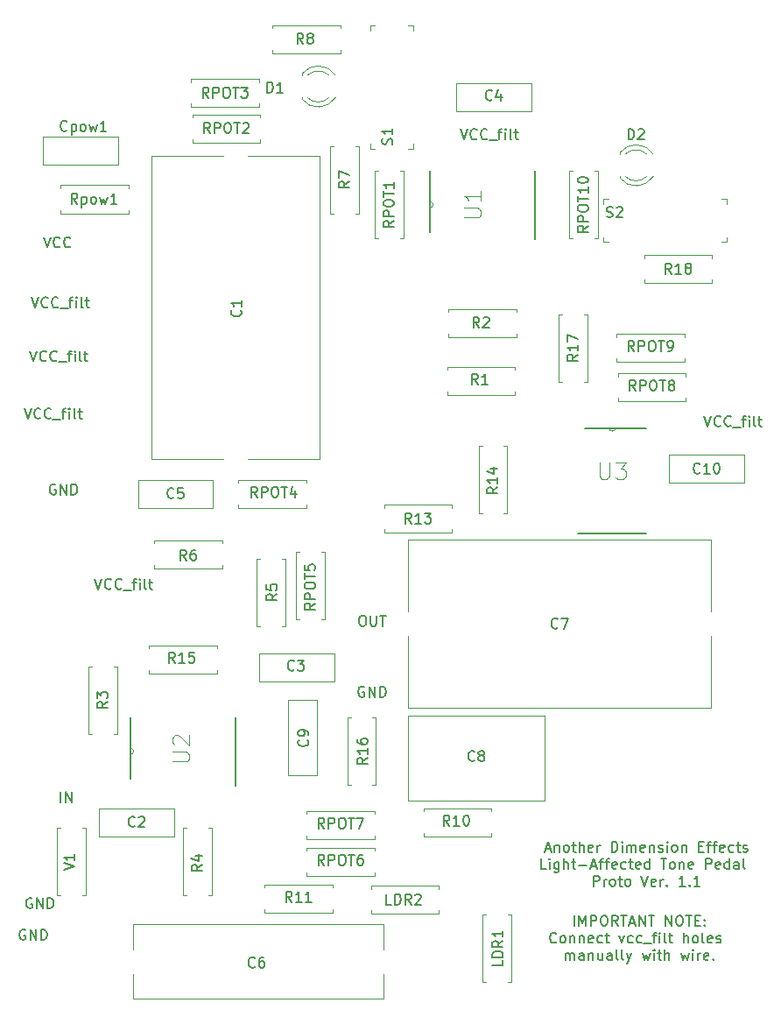
<source format=gbr>
G04 #@! TF.GenerationSoftware,KiCad,Pcbnew,5.1.5*
G04 #@! TF.CreationDate,2019-12-09T13:06:03-07:00*
G04 #@! TF.ProjectId,light-tone-pedal,6c696768-742d-4746-9f6e-652d70656461,rev?*
G04 #@! TF.SameCoordinates,Original*
G04 #@! TF.FileFunction,Legend,Top*
G04 #@! TF.FilePolarity,Positive*
%FSLAX46Y46*%
G04 Gerber Fmt 4.6, Leading zero omitted, Abs format (unit mm)*
G04 Created by KiCad (PCBNEW 5.1.5) date 2019-12-09 13:06:03*
%MOMM*%
%LPD*%
G04 APERTURE LIST*
%ADD10C,0.150000*%
%ADD11C,0.120000*%
%ADD12C,0.152400*%
%ADD13C,0.100000*%
%ADD14C,0.050000*%
G04 APERTURE END LIST*
D10*
X148440476Y-125322380D02*
X148440476Y-124322380D01*
X148916666Y-125322380D02*
X148916666Y-124322380D01*
X149250000Y-125036666D01*
X149583333Y-124322380D01*
X149583333Y-125322380D01*
X150059523Y-125322380D02*
X150059523Y-124322380D01*
X150440476Y-124322380D01*
X150535714Y-124370000D01*
X150583333Y-124417619D01*
X150630952Y-124512857D01*
X150630952Y-124655714D01*
X150583333Y-124750952D01*
X150535714Y-124798571D01*
X150440476Y-124846190D01*
X150059523Y-124846190D01*
X151250000Y-124322380D02*
X151440476Y-124322380D01*
X151535714Y-124370000D01*
X151630952Y-124465238D01*
X151678571Y-124655714D01*
X151678571Y-124989047D01*
X151630952Y-125179523D01*
X151535714Y-125274761D01*
X151440476Y-125322380D01*
X151250000Y-125322380D01*
X151154761Y-125274761D01*
X151059523Y-125179523D01*
X151011904Y-124989047D01*
X151011904Y-124655714D01*
X151059523Y-124465238D01*
X151154761Y-124370000D01*
X151250000Y-124322380D01*
X152678571Y-125322380D02*
X152345238Y-124846190D01*
X152107142Y-125322380D02*
X152107142Y-124322380D01*
X152488095Y-124322380D01*
X152583333Y-124370000D01*
X152630952Y-124417619D01*
X152678571Y-124512857D01*
X152678571Y-124655714D01*
X152630952Y-124750952D01*
X152583333Y-124798571D01*
X152488095Y-124846190D01*
X152107142Y-124846190D01*
X152964285Y-124322380D02*
X153535714Y-124322380D01*
X153250000Y-125322380D02*
X153250000Y-124322380D01*
X153821428Y-125036666D02*
X154297619Y-125036666D01*
X153726190Y-125322380D02*
X154059523Y-124322380D01*
X154392857Y-125322380D01*
X154726190Y-125322380D02*
X154726190Y-124322380D01*
X155297619Y-125322380D01*
X155297619Y-124322380D01*
X155630952Y-124322380D02*
X156202380Y-124322380D01*
X155916666Y-125322380D02*
X155916666Y-124322380D01*
X157297619Y-125322380D02*
X157297619Y-124322380D01*
X157869047Y-125322380D01*
X157869047Y-124322380D01*
X158535714Y-124322380D02*
X158726190Y-124322380D01*
X158821428Y-124370000D01*
X158916666Y-124465238D01*
X158964285Y-124655714D01*
X158964285Y-124989047D01*
X158916666Y-125179523D01*
X158821428Y-125274761D01*
X158726190Y-125322380D01*
X158535714Y-125322380D01*
X158440476Y-125274761D01*
X158345238Y-125179523D01*
X158297619Y-124989047D01*
X158297619Y-124655714D01*
X158345238Y-124465238D01*
X158440476Y-124370000D01*
X158535714Y-124322380D01*
X159250000Y-124322380D02*
X159821428Y-124322380D01*
X159535714Y-125322380D02*
X159535714Y-124322380D01*
X160154761Y-124798571D02*
X160488095Y-124798571D01*
X160630952Y-125322380D02*
X160154761Y-125322380D01*
X160154761Y-124322380D01*
X160630952Y-124322380D01*
X161059523Y-125227142D02*
X161107142Y-125274761D01*
X161059523Y-125322380D01*
X161011904Y-125274761D01*
X161059523Y-125227142D01*
X161059523Y-125322380D01*
X161059523Y-124703333D02*
X161107142Y-124750952D01*
X161059523Y-124798571D01*
X161011904Y-124750952D01*
X161059523Y-124703333D01*
X161059523Y-124798571D01*
X146726190Y-126877142D02*
X146678571Y-126924761D01*
X146535714Y-126972380D01*
X146440476Y-126972380D01*
X146297619Y-126924761D01*
X146202380Y-126829523D01*
X146154761Y-126734285D01*
X146107142Y-126543809D01*
X146107142Y-126400952D01*
X146154761Y-126210476D01*
X146202380Y-126115238D01*
X146297619Y-126020000D01*
X146440476Y-125972380D01*
X146535714Y-125972380D01*
X146678571Y-126020000D01*
X146726190Y-126067619D01*
X147297619Y-126972380D02*
X147202380Y-126924761D01*
X147154761Y-126877142D01*
X147107142Y-126781904D01*
X147107142Y-126496190D01*
X147154761Y-126400952D01*
X147202380Y-126353333D01*
X147297619Y-126305714D01*
X147440476Y-126305714D01*
X147535714Y-126353333D01*
X147583333Y-126400952D01*
X147630952Y-126496190D01*
X147630952Y-126781904D01*
X147583333Y-126877142D01*
X147535714Y-126924761D01*
X147440476Y-126972380D01*
X147297619Y-126972380D01*
X148059523Y-126305714D02*
X148059523Y-126972380D01*
X148059523Y-126400952D02*
X148107142Y-126353333D01*
X148202380Y-126305714D01*
X148345238Y-126305714D01*
X148440476Y-126353333D01*
X148488095Y-126448571D01*
X148488095Y-126972380D01*
X148964285Y-126305714D02*
X148964285Y-126972380D01*
X148964285Y-126400952D02*
X149011904Y-126353333D01*
X149107142Y-126305714D01*
X149250000Y-126305714D01*
X149345238Y-126353333D01*
X149392857Y-126448571D01*
X149392857Y-126972380D01*
X150250000Y-126924761D02*
X150154761Y-126972380D01*
X149964285Y-126972380D01*
X149869047Y-126924761D01*
X149821428Y-126829523D01*
X149821428Y-126448571D01*
X149869047Y-126353333D01*
X149964285Y-126305714D01*
X150154761Y-126305714D01*
X150250000Y-126353333D01*
X150297619Y-126448571D01*
X150297619Y-126543809D01*
X149821428Y-126639047D01*
X151154761Y-126924761D02*
X151059523Y-126972380D01*
X150869047Y-126972380D01*
X150773809Y-126924761D01*
X150726190Y-126877142D01*
X150678571Y-126781904D01*
X150678571Y-126496190D01*
X150726190Y-126400952D01*
X150773809Y-126353333D01*
X150869047Y-126305714D01*
X151059523Y-126305714D01*
X151154761Y-126353333D01*
X151440476Y-126305714D02*
X151821428Y-126305714D01*
X151583333Y-125972380D02*
X151583333Y-126829523D01*
X151630952Y-126924761D01*
X151726190Y-126972380D01*
X151821428Y-126972380D01*
X152821428Y-126305714D02*
X153059523Y-126972380D01*
X153297619Y-126305714D01*
X154107142Y-126924761D02*
X154011904Y-126972380D01*
X153821428Y-126972380D01*
X153726190Y-126924761D01*
X153678571Y-126877142D01*
X153630952Y-126781904D01*
X153630952Y-126496190D01*
X153678571Y-126400952D01*
X153726190Y-126353333D01*
X153821428Y-126305714D01*
X154011904Y-126305714D01*
X154107142Y-126353333D01*
X154964285Y-126924761D02*
X154869047Y-126972380D01*
X154678571Y-126972380D01*
X154583333Y-126924761D01*
X154535714Y-126877142D01*
X154488095Y-126781904D01*
X154488095Y-126496190D01*
X154535714Y-126400952D01*
X154583333Y-126353333D01*
X154678571Y-126305714D01*
X154869047Y-126305714D01*
X154964285Y-126353333D01*
X155154761Y-127067619D02*
X155916666Y-127067619D01*
X156011904Y-126305714D02*
X156392857Y-126305714D01*
X156154761Y-126972380D02*
X156154761Y-126115238D01*
X156202380Y-126020000D01*
X156297619Y-125972380D01*
X156392857Y-125972380D01*
X156726190Y-126972380D02*
X156726190Y-126305714D01*
X156726190Y-125972380D02*
X156678571Y-126020000D01*
X156726190Y-126067619D01*
X156773809Y-126020000D01*
X156726190Y-125972380D01*
X156726190Y-126067619D01*
X157345238Y-126972380D02*
X157250000Y-126924761D01*
X157202380Y-126829523D01*
X157202380Y-125972380D01*
X157583333Y-126305714D02*
X157964285Y-126305714D01*
X157726190Y-125972380D02*
X157726190Y-126829523D01*
X157773809Y-126924761D01*
X157869047Y-126972380D01*
X157964285Y-126972380D01*
X159059523Y-126972380D02*
X159059523Y-125972380D01*
X159488095Y-126972380D02*
X159488095Y-126448571D01*
X159440476Y-126353333D01*
X159345238Y-126305714D01*
X159202380Y-126305714D01*
X159107142Y-126353333D01*
X159059523Y-126400952D01*
X160107142Y-126972380D02*
X160011904Y-126924761D01*
X159964285Y-126877142D01*
X159916666Y-126781904D01*
X159916666Y-126496190D01*
X159964285Y-126400952D01*
X160011904Y-126353333D01*
X160107142Y-126305714D01*
X160250000Y-126305714D01*
X160345238Y-126353333D01*
X160392857Y-126400952D01*
X160440476Y-126496190D01*
X160440476Y-126781904D01*
X160392857Y-126877142D01*
X160345238Y-126924761D01*
X160250000Y-126972380D01*
X160107142Y-126972380D01*
X161011904Y-126972380D02*
X160916666Y-126924761D01*
X160869047Y-126829523D01*
X160869047Y-125972380D01*
X161773809Y-126924761D02*
X161678571Y-126972380D01*
X161488095Y-126972380D01*
X161392857Y-126924761D01*
X161345238Y-126829523D01*
X161345238Y-126448571D01*
X161392857Y-126353333D01*
X161488095Y-126305714D01*
X161678571Y-126305714D01*
X161773809Y-126353333D01*
X161821428Y-126448571D01*
X161821428Y-126543809D01*
X161345238Y-126639047D01*
X162202380Y-126924761D02*
X162297619Y-126972380D01*
X162488095Y-126972380D01*
X162583333Y-126924761D01*
X162630952Y-126829523D01*
X162630952Y-126781904D01*
X162583333Y-126686666D01*
X162488095Y-126639047D01*
X162345238Y-126639047D01*
X162250000Y-126591428D01*
X162202380Y-126496190D01*
X162202380Y-126448571D01*
X162250000Y-126353333D01*
X162345238Y-126305714D01*
X162488095Y-126305714D01*
X162583333Y-126353333D01*
X147607142Y-128622380D02*
X147607142Y-127955714D01*
X147607142Y-128050952D02*
X147654761Y-128003333D01*
X147750000Y-127955714D01*
X147892857Y-127955714D01*
X147988095Y-128003333D01*
X148035714Y-128098571D01*
X148035714Y-128622380D01*
X148035714Y-128098571D02*
X148083333Y-128003333D01*
X148178571Y-127955714D01*
X148321428Y-127955714D01*
X148416666Y-128003333D01*
X148464285Y-128098571D01*
X148464285Y-128622380D01*
X149369047Y-128622380D02*
X149369047Y-128098571D01*
X149321428Y-128003333D01*
X149226190Y-127955714D01*
X149035714Y-127955714D01*
X148940476Y-128003333D01*
X149369047Y-128574761D02*
X149273809Y-128622380D01*
X149035714Y-128622380D01*
X148940476Y-128574761D01*
X148892857Y-128479523D01*
X148892857Y-128384285D01*
X148940476Y-128289047D01*
X149035714Y-128241428D01*
X149273809Y-128241428D01*
X149369047Y-128193809D01*
X149845238Y-127955714D02*
X149845238Y-128622380D01*
X149845238Y-128050952D02*
X149892857Y-128003333D01*
X149988095Y-127955714D01*
X150130952Y-127955714D01*
X150226190Y-128003333D01*
X150273809Y-128098571D01*
X150273809Y-128622380D01*
X151178571Y-127955714D02*
X151178571Y-128622380D01*
X150750000Y-127955714D02*
X150750000Y-128479523D01*
X150797619Y-128574761D01*
X150892857Y-128622380D01*
X151035714Y-128622380D01*
X151130952Y-128574761D01*
X151178571Y-128527142D01*
X152083333Y-128622380D02*
X152083333Y-128098571D01*
X152035714Y-128003333D01*
X151940476Y-127955714D01*
X151750000Y-127955714D01*
X151654761Y-128003333D01*
X152083333Y-128574761D02*
X151988095Y-128622380D01*
X151750000Y-128622380D01*
X151654761Y-128574761D01*
X151607142Y-128479523D01*
X151607142Y-128384285D01*
X151654761Y-128289047D01*
X151750000Y-128241428D01*
X151988095Y-128241428D01*
X152083333Y-128193809D01*
X152702380Y-128622380D02*
X152607142Y-128574761D01*
X152559523Y-128479523D01*
X152559523Y-127622380D01*
X153226190Y-128622380D02*
X153130952Y-128574761D01*
X153083333Y-128479523D01*
X153083333Y-127622380D01*
X153511904Y-127955714D02*
X153750000Y-128622380D01*
X153988095Y-127955714D02*
X153750000Y-128622380D01*
X153654761Y-128860476D01*
X153607142Y-128908095D01*
X153511904Y-128955714D01*
X155035714Y-127955714D02*
X155226190Y-128622380D01*
X155416666Y-128146190D01*
X155607142Y-128622380D01*
X155797619Y-127955714D01*
X156178571Y-128622380D02*
X156178571Y-127955714D01*
X156178571Y-127622380D02*
X156130952Y-127670000D01*
X156178571Y-127717619D01*
X156226190Y-127670000D01*
X156178571Y-127622380D01*
X156178571Y-127717619D01*
X156511904Y-127955714D02*
X156892857Y-127955714D01*
X156654761Y-127622380D02*
X156654761Y-128479523D01*
X156702380Y-128574761D01*
X156797619Y-128622380D01*
X156892857Y-128622380D01*
X157226190Y-128622380D02*
X157226190Y-127622380D01*
X157654761Y-128622380D02*
X157654761Y-128098571D01*
X157607142Y-128003333D01*
X157511904Y-127955714D01*
X157369047Y-127955714D01*
X157273809Y-128003333D01*
X157226190Y-128050952D01*
X158797619Y-127955714D02*
X158988095Y-128622380D01*
X159178571Y-128146190D01*
X159369047Y-128622380D01*
X159559523Y-127955714D01*
X159940476Y-128622380D02*
X159940476Y-127955714D01*
X159940476Y-127622380D02*
X159892857Y-127670000D01*
X159940476Y-127717619D01*
X159988095Y-127670000D01*
X159940476Y-127622380D01*
X159940476Y-127717619D01*
X160416666Y-128622380D02*
X160416666Y-127955714D01*
X160416666Y-128146190D02*
X160464285Y-128050952D01*
X160511904Y-128003333D01*
X160607142Y-127955714D01*
X160702380Y-127955714D01*
X161416666Y-128574761D02*
X161321428Y-128622380D01*
X161130952Y-128622380D01*
X161035714Y-128574761D01*
X160988095Y-128479523D01*
X160988095Y-128098571D01*
X161035714Y-128003333D01*
X161130952Y-127955714D01*
X161321428Y-127955714D01*
X161416666Y-128003333D01*
X161464285Y-128098571D01*
X161464285Y-128193809D01*
X160988095Y-128289047D01*
X161892857Y-128527142D02*
X161940476Y-128574761D01*
X161892857Y-128622380D01*
X161845238Y-128574761D01*
X161892857Y-128527142D01*
X161892857Y-128622380D01*
X145662285Y-117896666D02*
X146138476Y-117896666D01*
X145567047Y-118182380D02*
X145900380Y-117182380D01*
X146233714Y-118182380D01*
X146567047Y-117515714D02*
X146567047Y-118182380D01*
X146567047Y-117610952D02*
X146614666Y-117563333D01*
X146709904Y-117515714D01*
X146852761Y-117515714D01*
X146948000Y-117563333D01*
X146995619Y-117658571D01*
X146995619Y-118182380D01*
X147614666Y-118182380D02*
X147519428Y-118134761D01*
X147471809Y-118087142D01*
X147424190Y-117991904D01*
X147424190Y-117706190D01*
X147471809Y-117610952D01*
X147519428Y-117563333D01*
X147614666Y-117515714D01*
X147757523Y-117515714D01*
X147852761Y-117563333D01*
X147900380Y-117610952D01*
X147948000Y-117706190D01*
X147948000Y-117991904D01*
X147900380Y-118087142D01*
X147852761Y-118134761D01*
X147757523Y-118182380D01*
X147614666Y-118182380D01*
X148233714Y-117515714D02*
X148614666Y-117515714D01*
X148376571Y-117182380D02*
X148376571Y-118039523D01*
X148424190Y-118134761D01*
X148519428Y-118182380D01*
X148614666Y-118182380D01*
X148948000Y-118182380D02*
X148948000Y-117182380D01*
X149376571Y-118182380D02*
X149376571Y-117658571D01*
X149328952Y-117563333D01*
X149233714Y-117515714D01*
X149090857Y-117515714D01*
X148995619Y-117563333D01*
X148948000Y-117610952D01*
X150233714Y-118134761D02*
X150138476Y-118182380D01*
X149948000Y-118182380D01*
X149852761Y-118134761D01*
X149805142Y-118039523D01*
X149805142Y-117658571D01*
X149852761Y-117563333D01*
X149948000Y-117515714D01*
X150138476Y-117515714D01*
X150233714Y-117563333D01*
X150281333Y-117658571D01*
X150281333Y-117753809D01*
X149805142Y-117849047D01*
X150709904Y-118182380D02*
X150709904Y-117515714D01*
X150709904Y-117706190D02*
X150757523Y-117610952D01*
X150805142Y-117563333D01*
X150900380Y-117515714D01*
X150995619Y-117515714D01*
X152090857Y-118182380D02*
X152090857Y-117182380D01*
X152328952Y-117182380D01*
X152471809Y-117230000D01*
X152567047Y-117325238D01*
X152614666Y-117420476D01*
X152662285Y-117610952D01*
X152662285Y-117753809D01*
X152614666Y-117944285D01*
X152567047Y-118039523D01*
X152471809Y-118134761D01*
X152328952Y-118182380D01*
X152090857Y-118182380D01*
X153090857Y-118182380D02*
X153090857Y-117515714D01*
X153090857Y-117182380D02*
X153043238Y-117230000D01*
X153090857Y-117277619D01*
X153138476Y-117230000D01*
X153090857Y-117182380D01*
X153090857Y-117277619D01*
X153567047Y-118182380D02*
X153567047Y-117515714D01*
X153567047Y-117610952D02*
X153614666Y-117563333D01*
X153709904Y-117515714D01*
X153852761Y-117515714D01*
X153948000Y-117563333D01*
X153995619Y-117658571D01*
X153995619Y-118182380D01*
X153995619Y-117658571D02*
X154043238Y-117563333D01*
X154138476Y-117515714D01*
X154281333Y-117515714D01*
X154376571Y-117563333D01*
X154424190Y-117658571D01*
X154424190Y-118182380D01*
X155281333Y-118134761D02*
X155186095Y-118182380D01*
X154995619Y-118182380D01*
X154900380Y-118134761D01*
X154852761Y-118039523D01*
X154852761Y-117658571D01*
X154900380Y-117563333D01*
X154995619Y-117515714D01*
X155186095Y-117515714D01*
X155281333Y-117563333D01*
X155328952Y-117658571D01*
X155328952Y-117753809D01*
X154852761Y-117849047D01*
X155757523Y-117515714D02*
X155757523Y-118182380D01*
X155757523Y-117610952D02*
X155805142Y-117563333D01*
X155900380Y-117515714D01*
X156043238Y-117515714D01*
X156138476Y-117563333D01*
X156186095Y-117658571D01*
X156186095Y-118182380D01*
X156614666Y-118134761D02*
X156709904Y-118182380D01*
X156900380Y-118182380D01*
X156995619Y-118134761D01*
X157043238Y-118039523D01*
X157043238Y-117991904D01*
X156995619Y-117896666D01*
X156900380Y-117849047D01*
X156757523Y-117849047D01*
X156662285Y-117801428D01*
X156614666Y-117706190D01*
X156614666Y-117658571D01*
X156662285Y-117563333D01*
X156757523Y-117515714D01*
X156900380Y-117515714D01*
X156995619Y-117563333D01*
X157471809Y-118182380D02*
X157471809Y-117515714D01*
X157471809Y-117182380D02*
X157424190Y-117230000D01*
X157471809Y-117277619D01*
X157519428Y-117230000D01*
X157471809Y-117182380D01*
X157471809Y-117277619D01*
X158090857Y-118182380D02*
X157995619Y-118134761D01*
X157948000Y-118087142D01*
X157900380Y-117991904D01*
X157900380Y-117706190D01*
X157948000Y-117610952D01*
X157995619Y-117563333D01*
X158090857Y-117515714D01*
X158233714Y-117515714D01*
X158328952Y-117563333D01*
X158376571Y-117610952D01*
X158424190Y-117706190D01*
X158424190Y-117991904D01*
X158376571Y-118087142D01*
X158328952Y-118134761D01*
X158233714Y-118182380D01*
X158090857Y-118182380D01*
X158852761Y-117515714D02*
X158852761Y-118182380D01*
X158852761Y-117610952D02*
X158900380Y-117563333D01*
X158995619Y-117515714D01*
X159138476Y-117515714D01*
X159233714Y-117563333D01*
X159281333Y-117658571D01*
X159281333Y-118182380D01*
X160519428Y-117658571D02*
X160852761Y-117658571D01*
X160995619Y-118182380D02*
X160519428Y-118182380D01*
X160519428Y-117182380D01*
X160995619Y-117182380D01*
X161281333Y-117515714D02*
X161662285Y-117515714D01*
X161424190Y-118182380D02*
X161424190Y-117325238D01*
X161471809Y-117230000D01*
X161567047Y-117182380D01*
X161662285Y-117182380D01*
X161852761Y-117515714D02*
X162233714Y-117515714D01*
X161995619Y-118182380D02*
X161995619Y-117325238D01*
X162043238Y-117230000D01*
X162138476Y-117182380D01*
X162233714Y-117182380D01*
X162948000Y-118134761D02*
X162852761Y-118182380D01*
X162662285Y-118182380D01*
X162567047Y-118134761D01*
X162519428Y-118039523D01*
X162519428Y-117658571D01*
X162567047Y-117563333D01*
X162662285Y-117515714D01*
X162852761Y-117515714D01*
X162948000Y-117563333D01*
X162995619Y-117658571D01*
X162995619Y-117753809D01*
X162519428Y-117849047D01*
X163852761Y-118134761D02*
X163757523Y-118182380D01*
X163567047Y-118182380D01*
X163471809Y-118134761D01*
X163424190Y-118087142D01*
X163376571Y-117991904D01*
X163376571Y-117706190D01*
X163424190Y-117610952D01*
X163471809Y-117563333D01*
X163567047Y-117515714D01*
X163757523Y-117515714D01*
X163852761Y-117563333D01*
X164138476Y-117515714D02*
X164519428Y-117515714D01*
X164281333Y-117182380D02*
X164281333Y-118039523D01*
X164328952Y-118134761D01*
X164424190Y-118182380D01*
X164519428Y-118182380D01*
X164805142Y-118134761D02*
X164900380Y-118182380D01*
X165090857Y-118182380D01*
X165186095Y-118134761D01*
X165233714Y-118039523D01*
X165233714Y-117991904D01*
X165186095Y-117896666D01*
X165090857Y-117849047D01*
X164948000Y-117849047D01*
X164852761Y-117801428D01*
X164805142Y-117706190D01*
X164805142Y-117658571D01*
X164852761Y-117563333D01*
X164948000Y-117515714D01*
X165090857Y-117515714D01*
X165186095Y-117563333D01*
X145733714Y-119832380D02*
X145257523Y-119832380D01*
X145257523Y-118832380D01*
X146067047Y-119832380D02*
X146067047Y-119165714D01*
X146067047Y-118832380D02*
X146019428Y-118880000D01*
X146067047Y-118927619D01*
X146114666Y-118880000D01*
X146067047Y-118832380D01*
X146067047Y-118927619D01*
X146971809Y-119165714D02*
X146971809Y-119975238D01*
X146924190Y-120070476D01*
X146876571Y-120118095D01*
X146781333Y-120165714D01*
X146638476Y-120165714D01*
X146543238Y-120118095D01*
X146971809Y-119784761D02*
X146876571Y-119832380D01*
X146686095Y-119832380D01*
X146590857Y-119784761D01*
X146543238Y-119737142D01*
X146495619Y-119641904D01*
X146495619Y-119356190D01*
X146543238Y-119260952D01*
X146590857Y-119213333D01*
X146686095Y-119165714D01*
X146876571Y-119165714D01*
X146971809Y-119213333D01*
X147448000Y-119832380D02*
X147448000Y-118832380D01*
X147876571Y-119832380D02*
X147876571Y-119308571D01*
X147828952Y-119213333D01*
X147733714Y-119165714D01*
X147590857Y-119165714D01*
X147495619Y-119213333D01*
X147448000Y-119260952D01*
X148209904Y-119165714D02*
X148590857Y-119165714D01*
X148352761Y-118832380D02*
X148352761Y-119689523D01*
X148400380Y-119784761D01*
X148495619Y-119832380D01*
X148590857Y-119832380D01*
X148924190Y-119451428D02*
X149686095Y-119451428D01*
X150114666Y-119546666D02*
X150590857Y-119546666D01*
X150019428Y-119832380D02*
X150352761Y-118832380D01*
X150686095Y-119832380D01*
X150876571Y-119165714D02*
X151257523Y-119165714D01*
X151019428Y-119832380D02*
X151019428Y-118975238D01*
X151067047Y-118880000D01*
X151162285Y-118832380D01*
X151257523Y-118832380D01*
X151448000Y-119165714D02*
X151828952Y-119165714D01*
X151590857Y-119832380D02*
X151590857Y-118975238D01*
X151638476Y-118880000D01*
X151733714Y-118832380D01*
X151828952Y-118832380D01*
X152543238Y-119784761D02*
X152448000Y-119832380D01*
X152257523Y-119832380D01*
X152162285Y-119784761D01*
X152114666Y-119689523D01*
X152114666Y-119308571D01*
X152162285Y-119213333D01*
X152257523Y-119165714D01*
X152448000Y-119165714D01*
X152543238Y-119213333D01*
X152590857Y-119308571D01*
X152590857Y-119403809D01*
X152114666Y-119499047D01*
X153448000Y-119784761D02*
X153352761Y-119832380D01*
X153162285Y-119832380D01*
X153067047Y-119784761D01*
X153019428Y-119737142D01*
X152971809Y-119641904D01*
X152971809Y-119356190D01*
X153019428Y-119260952D01*
X153067047Y-119213333D01*
X153162285Y-119165714D01*
X153352761Y-119165714D01*
X153448000Y-119213333D01*
X153733714Y-119165714D02*
X154114666Y-119165714D01*
X153876571Y-118832380D02*
X153876571Y-119689523D01*
X153924190Y-119784761D01*
X154019428Y-119832380D01*
X154114666Y-119832380D01*
X154828952Y-119784761D02*
X154733714Y-119832380D01*
X154543238Y-119832380D01*
X154448000Y-119784761D01*
X154400380Y-119689523D01*
X154400380Y-119308571D01*
X154448000Y-119213333D01*
X154543238Y-119165714D01*
X154733714Y-119165714D01*
X154828952Y-119213333D01*
X154876571Y-119308571D01*
X154876571Y-119403809D01*
X154400380Y-119499047D01*
X155733714Y-119832380D02*
X155733714Y-118832380D01*
X155733714Y-119784761D02*
X155638476Y-119832380D01*
X155448000Y-119832380D01*
X155352761Y-119784761D01*
X155305142Y-119737142D01*
X155257523Y-119641904D01*
X155257523Y-119356190D01*
X155305142Y-119260952D01*
X155352761Y-119213333D01*
X155448000Y-119165714D01*
X155638476Y-119165714D01*
X155733714Y-119213333D01*
X156828952Y-118832380D02*
X157400380Y-118832380D01*
X157114666Y-119832380D02*
X157114666Y-118832380D01*
X157876571Y-119832380D02*
X157781333Y-119784761D01*
X157733714Y-119737142D01*
X157686095Y-119641904D01*
X157686095Y-119356190D01*
X157733714Y-119260952D01*
X157781333Y-119213333D01*
X157876571Y-119165714D01*
X158019428Y-119165714D01*
X158114666Y-119213333D01*
X158162285Y-119260952D01*
X158209904Y-119356190D01*
X158209904Y-119641904D01*
X158162285Y-119737142D01*
X158114666Y-119784761D01*
X158019428Y-119832380D01*
X157876571Y-119832380D01*
X158638476Y-119165714D02*
X158638476Y-119832380D01*
X158638476Y-119260952D02*
X158686095Y-119213333D01*
X158781333Y-119165714D01*
X158924190Y-119165714D01*
X159019428Y-119213333D01*
X159067047Y-119308571D01*
X159067047Y-119832380D01*
X159924190Y-119784761D02*
X159828952Y-119832380D01*
X159638476Y-119832380D01*
X159543238Y-119784761D01*
X159495619Y-119689523D01*
X159495619Y-119308571D01*
X159543238Y-119213333D01*
X159638476Y-119165714D01*
X159828952Y-119165714D01*
X159924190Y-119213333D01*
X159971809Y-119308571D01*
X159971809Y-119403809D01*
X159495619Y-119499047D01*
X161162285Y-119832380D02*
X161162285Y-118832380D01*
X161543238Y-118832380D01*
X161638476Y-118880000D01*
X161686095Y-118927619D01*
X161733714Y-119022857D01*
X161733714Y-119165714D01*
X161686095Y-119260952D01*
X161638476Y-119308571D01*
X161543238Y-119356190D01*
X161162285Y-119356190D01*
X162543238Y-119784761D02*
X162448000Y-119832380D01*
X162257523Y-119832380D01*
X162162285Y-119784761D01*
X162114666Y-119689523D01*
X162114666Y-119308571D01*
X162162285Y-119213333D01*
X162257523Y-119165714D01*
X162448000Y-119165714D01*
X162543238Y-119213333D01*
X162590857Y-119308571D01*
X162590857Y-119403809D01*
X162114666Y-119499047D01*
X163448000Y-119832380D02*
X163448000Y-118832380D01*
X163448000Y-119784761D02*
X163352761Y-119832380D01*
X163162285Y-119832380D01*
X163067047Y-119784761D01*
X163019428Y-119737142D01*
X162971809Y-119641904D01*
X162971809Y-119356190D01*
X163019428Y-119260952D01*
X163067047Y-119213333D01*
X163162285Y-119165714D01*
X163352761Y-119165714D01*
X163448000Y-119213333D01*
X164352761Y-119832380D02*
X164352761Y-119308571D01*
X164305142Y-119213333D01*
X164209904Y-119165714D01*
X164019428Y-119165714D01*
X163924190Y-119213333D01*
X164352761Y-119784761D02*
X164257523Y-119832380D01*
X164019428Y-119832380D01*
X163924190Y-119784761D01*
X163876571Y-119689523D01*
X163876571Y-119594285D01*
X163924190Y-119499047D01*
X164019428Y-119451428D01*
X164257523Y-119451428D01*
X164352761Y-119403809D01*
X164971809Y-119832380D02*
X164876571Y-119784761D01*
X164828952Y-119689523D01*
X164828952Y-118832380D01*
X150328952Y-121482380D02*
X150328952Y-120482380D01*
X150709904Y-120482380D01*
X150805142Y-120530000D01*
X150852761Y-120577619D01*
X150900380Y-120672857D01*
X150900380Y-120815714D01*
X150852761Y-120910952D01*
X150805142Y-120958571D01*
X150709904Y-121006190D01*
X150328952Y-121006190D01*
X151328952Y-121482380D02*
X151328952Y-120815714D01*
X151328952Y-121006190D02*
X151376571Y-120910952D01*
X151424190Y-120863333D01*
X151519428Y-120815714D01*
X151614666Y-120815714D01*
X152090857Y-121482380D02*
X151995619Y-121434761D01*
X151948000Y-121387142D01*
X151900380Y-121291904D01*
X151900380Y-121006190D01*
X151948000Y-120910952D01*
X151995619Y-120863333D01*
X152090857Y-120815714D01*
X152233714Y-120815714D01*
X152328952Y-120863333D01*
X152376571Y-120910952D01*
X152424190Y-121006190D01*
X152424190Y-121291904D01*
X152376571Y-121387142D01*
X152328952Y-121434761D01*
X152233714Y-121482380D01*
X152090857Y-121482380D01*
X152709904Y-120815714D02*
X153090857Y-120815714D01*
X152852761Y-120482380D02*
X152852761Y-121339523D01*
X152900380Y-121434761D01*
X152995619Y-121482380D01*
X153090857Y-121482380D01*
X153567047Y-121482380D02*
X153471809Y-121434761D01*
X153424190Y-121387142D01*
X153376571Y-121291904D01*
X153376571Y-121006190D01*
X153424190Y-120910952D01*
X153471809Y-120863333D01*
X153567047Y-120815714D01*
X153709904Y-120815714D01*
X153805142Y-120863333D01*
X153852761Y-120910952D01*
X153900380Y-121006190D01*
X153900380Y-121291904D01*
X153852761Y-121387142D01*
X153805142Y-121434761D01*
X153709904Y-121482380D01*
X153567047Y-121482380D01*
X154948000Y-120482380D02*
X155281333Y-121482380D01*
X155614666Y-120482380D01*
X156328952Y-121434761D02*
X156233714Y-121482380D01*
X156043238Y-121482380D01*
X155948000Y-121434761D01*
X155900380Y-121339523D01*
X155900380Y-120958571D01*
X155948000Y-120863333D01*
X156043238Y-120815714D01*
X156233714Y-120815714D01*
X156328952Y-120863333D01*
X156376571Y-120958571D01*
X156376571Y-121053809D01*
X155900380Y-121149047D01*
X156805142Y-121482380D02*
X156805142Y-120815714D01*
X156805142Y-121006190D02*
X156852761Y-120910952D01*
X156900380Y-120863333D01*
X156995619Y-120815714D01*
X157090857Y-120815714D01*
X157424190Y-121387142D02*
X157471809Y-121434761D01*
X157424190Y-121482380D01*
X157376571Y-121434761D01*
X157424190Y-121387142D01*
X157424190Y-121482380D01*
X159186095Y-121482380D02*
X158614666Y-121482380D01*
X158900380Y-121482380D02*
X158900380Y-120482380D01*
X158805142Y-120625238D01*
X158709904Y-120720476D01*
X158614666Y-120768095D01*
X159614666Y-121387142D02*
X159662285Y-121434761D01*
X159614666Y-121482380D01*
X159567047Y-121434761D01*
X159614666Y-121387142D01*
X159614666Y-121482380D01*
X160614666Y-121482380D02*
X160043238Y-121482380D01*
X160328952Y-121482380D02*
X160328952Y-120482380D01*
X160233714Y-120625238D01*
X160138476Y-120720476D01*
X160043238Y-120768095D01*
X96012095Y-122690000D02*
X95916857Y-122642380D01*
X95774000Y-122642380D01*
X95631142Y-122690000D01*
X95535904Y-122785238D01*
X95488285Y-122880476D01*
X95440666Y-123070952D01*
X95440666Y-123213809D01*
X95488285Y-123404285D01*
X95535904Y-123499523D01*
X95631142Y-123594761D01*
X95774000Y-123642380D01*
X95869238Y-123642380D01*
X96012095Y-123594761D01*
X96059714Y-123547142D01*
X96059714Y-123213809D01*
X95869238Y-123213809D01*
X96488285Y-123642380D02*
X96488285Y-122642380D01*
X97059714Y-123642380D01*
X97059714Y-122642380D01*
X97535904Y-123642380D02*
X97535904Y-122642380D01*
X97774000Y-122642380D01*
X97916857Y-122690000D01*
X98012095Y-122785238D01*
X98059714Y-122880476D01*
X98107333Y-123070952D01*
X98107333Y-123213809D01*
X98059714Y-123404285D01*
X98012095Y-123499523D01*
X97916857Y-123594761D01*
X97774000Y-123642380D01*
X97535904Y-123642380D01*
X98790190Y-113355380D02*
X98790190Y-112355380D01*
X99266380Y-113355380D02*
X99266380Y-112355380D01*
X99837809Y-113355380D01*
X99837809Y-112355380D01*
D11*
X105340000Y-56460000D02*
X105340000Y-56130000D01*
X98800000Y-56460000D02*
X105340000Y-56460000D01*
X98800000Y-56130000D02*
X98800000Y-56460000D01*
X105340000Y-53720000D02*
X105340000Y-54050000D01*
X98800000Y-53720000D02*
X105340000Y-53720000D01*
X98800000Y-54050000D02*
X98800000Y-53720000D01*
X104360000Y-49050000D02*
X104360000Y-51790000D01*
X97120000Y-49050000D02*
X97120000Y-51790000D01*
X97120000Y-51790000D02*
X104360000Y-51790000D01*
X97120000Y-49050000D02*
X104360000Y-49050000D01*
D12*
X148844000Y-87376000D02*
X155448000Y-87376000D01*
X155448000Y-77216000D02*
X152450800Y-77216000D01*
X152450800Y-77216000D02*
X151841200Y-77216000D01*
X151841200Y-77216000D02*
X149479000Y-77216000D01*
D13*
X152450800Y-77216000D02*
G75*
G02X151841200Y-77216000I-304800J0D01*
G01*
D12*
X115697000Y-111760000D02*
X115697000Y-105156000D01*
X105537000Y-105156000D02*
X105537000Y-108153200D01*
X105537000Y-108153200D02*
X105537000Y-108762800D01*
X105537000Y-108762800D02*
X105537000Y-111125000D01*
D13*
X105537000Y-108153200D02*
G75*
G02X105537000Y-108762800I0J-304800D01*
G01*
D12*
X144653000Y-58928000D02*
X144653000Y-52324000D01*
X134493000Y-52324000D02*
X134493000Y-55321200D01*
X134493000Y-55321200D02*
X134493000Y-55930800D01*
X134493000Y-55930800D02*
X134493000Y-58293000D01*
D13*
X134493000Y-55321200D02*
G75*
G02X134493000Y-55930800I0J-304800D01*
G01*
D11*
X114512000Y-80186000D02*
X107577000Y-80186000D01*
X123817000Y-80186000D02*
X116882000Y-80186000D01*
X114512000Y-50946000D02*
X107577000Y-50946000D01*
X123817000Y-50946000D02*
X116882000Y-50946000D01*
X107577000Y-50946000D02*
X107577000Y-80186000D01*
X123817000Y-50946000D02*
X123817000Y-80186000D01*
X102512000Y-113946000D02*
X109752000Y-113946000D01*
X102512000Y-116686000D02*
X109752000Y-116686000D01*
X102512000Y-113946000D02*
X102512000Y-116686000D01*
X109752000Y-113946000D02*
X109752000Y-116686000D01*
X118006000Y-98960000D02*
X125246000Y-98960000D01*
X118006000Y-101700000D02*
X125246000Y-101700000D01*
X118006000Y-98960000D02*
X118006000Y-101700000D01*
X125246000Y-98960000D02*
X125246000Y-101700000D01*
X144296000Y-43842000D02*
X144296000Y-46582000D01*
X137056000Y-43842000D02*
X137056000Y-46582000D01*
X137056000Y-46582000D02*
X144296000Y-46582000D01*
X137056000Y-43842000D02*
X144296000Y-43842000D01*
X113515000Y-82196000D02*
X113515000Y-84936000D01*
X106275000Y-82196000D02*
X106275000Y-84936000D01*
X106275000Y-84936000D02*
X113515000Y-84936000D01*
X106275000Y-82196000D02*
X113515000Y-82196000D01*
X130050000Y-132398000D02*
X105810000Y-132398000D01*
X130050000Y-125158000D02*
X105810000Y-125158000D01*
X130050000Y-132398000D02*
X130050000Y-129963000D01*
X130050000Y-127593000D02*
X130050000Y-125158000D01*
X105810000Y-132398000D02*
X105810000Y-129963000D01*
X105810000Y-127593000D02*
X105810000Y-125158000D01*
X161652000Y-104259000D02*
X132412000Y-104259000D01*
X161652000Y-88019000D02*
X132412000Y-88019000D01*
X161652000Y-104259000D02*
X161652000Y-97324000D01*
X161652000Y-94954000D02*
X161652000Y-88019000D01*
X132412000Y-104259000D02*
X132412000Y-97324000D01*
X132412000Y-94954000D02*
X132412000Y-88019000D01*
X132365000Y-104973000D02*
X145605000Y-104973000D01*
X132365000Y-113213000D02*
X145605000Y-113213000D01*
X132365000Y-104973000D02*
X132365000Y-113213000D01*
X145605000Y-104973000D02*
X145605000Y-113213000D01*
X123544000Y-103528000D02*
X123544000Y-110768000D01*
X120804000Y-103528000D02*
X120804000Y-110768000D01*
X123544000Y-103528000D02*
X120804000Y-103528000D01*
X123544000Y-110768000D02*
X120804000Y-110768000D01*
X164870000Y-79783000D02*
X164870000Y-82523000D01*
X157630000Y-79783000D02*
X157630000Y-82523000D01*
X157630000Y-82523000D02*
X164870000Y-82523000D01*
X157630000Y-79783000D02*
X164870000Y-79783000D01*
X122138000Y-45276000D02*
X122138000Y-45432000D01*
X122138000Y-42960000D02*
X122138000Y-43116000D01*
X124739130Y-45275837D02*
G75*
G02X122657039Y-45276000I-1041130J1079837D01*
G01*
X124739130Y-43116163D02*
G75*
G03X122657039Y-43116000I-1041130J-1079837D01*
G01*
X125370335Y-45274608D02*
G75*
G02X122138000Y-45431516I-1672335J1078608D01*
G01*
X125370335Y-43117392D02*
G75*
G03X122138000Y-42960484I-1672335J-1078608D01*
G01*
X156104335Y-50737392D02*
G75*
G03X152872000Y-50580484I-1672335J-1078608D01*
G01*
X156104335Y-52894608D02*
G75*
G02X152872000Y-53051516I-1672335J1078608D01*
G01*
X155473130Y-50736163D02*
G75*
G03X153391039Y-50736000I-1041130J-1079837D01*
G01*
X155473130Y-52895837D02*
G75*
G02X153391039Y-52896000I-1041130J1079837D01*
G01*
X152872000Y-50580000D02*
X152872000Y-50736000D01*
X152872000Y-52896000D02*
X152872000Y-53052000D01*
X142716000Y-74014000D02*
X142716000Y-73684000D01*
X136176000Y-74014000D02*
X142716000Y-74014000D01*
X136176000Y-73684000D02*
X136176000Y-74014000D01*
X142716000Y-71274000D02*
X142716000Y-71604000D01*
X136176000Y-71274000D02*
X142716000Y-71274000D01*
X136176000Y-71604000D02*
X136176000Y-71274000D01*
X136303000Y-66016000D02*
X136303000Y-65686000D01*
X136303000Y-65686000D02*
X142843000Y-65686000D01*
X142843000Y-65686000D02*
X142843000Y-66016000D01*
X136303000Y-68096000D02*
X136303000Y-68426000D01*
X136303000Y-68426000D02*
X142843000Y-68426000D01*
X142843000Y-68426000D02*
X142843000Y-68096000D01*
X101500000Y-106775000D02*
X101830000Y-106775000D01*
X101500000Y-100235000D02*
X101500000Y-106775000D01*
X101830000Y-100235000D02*
X101500000Y-100235000D01*
X104240000Y-106775000D02*
X103910000Y-106775000D01*
X104240000Y-100235000D02*
X104240000Y-106775000D01*
X103910000Y-100235000D02*
X104240000Y-100235000D01*
X110644000Y-122396000D02*
X110974000Y-122396000D01*
X110644000Y-115856000D02*
X110644000Y-122396000D01*
X110974000Y-115856000D02*
X110644000Y-115856000D01*
X113384000Y-122396000D02*
X113054000Y-122396000D01*
X113384000Y-115856000D02*
X113384000Y-122396000D01*
X113054000Y-115856000D02*
X113384000Y-115856000D01*
X117756000Y-96361000D02*
X118086000Y-96361000D01*
X117756000Y-89821000D02*
X117756000Y-96361000D01*
X118086000Y-89821000D02*
X117756000Y-89821000D01*
X120496000Y-96361000D02*
X120166000Y-96361000D01*
X120496000Y-89821000D02*
X120496000Y-96361000D01*
X120166000Y-89821000D02*
X120496000Y-89821000D01*
X114395000Y-90448000D02*
X114395000Y-90778000D01*
X114395000Y-90778000D02*
X107855000Y-90778000D01*
X107855000Y-90778000D02*
X107855000Y-90448000D01*
X114395000Y-88368000D02*
X114395000Y-88038000D01*
X114395000Y-88038000D02*
X107855000Y-88038000D01*
X107855000Y-88038000D02*
X107855000Y-88368000D01*
X124868000Y-56483000D02*
X125198000Y-56483000D01*
X124868000Y-49943000D02*
X124868000Y-56483000D01*
X125198000Y-49943000D02*
X124868000Y-49943000D01*
X127608000Y-56483000D02*
X127278000Y-56483000D01*
X127608000Y-49943000D02*
X127608000Y-56483000D01*
X127278000Y-49943000D02*
X127608000Y-49943000D01*
X119285000Y-38584000D02*
X119285000Y-38254000D01*
X119285000Y-38254000D02*
X125825000Y-38254000D01*
X125825000Y-38254000D02*
X125825000Y-38584000D01*
X119285000Y-40664000D02*
X119285000Y-40994000D01*
X119285000Y-40994000D02*
X125825000Y-40994000D01*
X125825000Y-40994000D02*
X125825000Y-40664000D01*
X142340000Y-124238000D02*
X142010000Y-124238000D01*
X142340000Y-130778000D02*
X142340000Y-124238000D01*
X142010000Y-130778000D02*
X142340000Y-130778000D01*
X139600000Y-124238000D02*
X139930000Y-124238000D01*
X139600000Y-130778000D02*
X139600000Y-124238000D01*
X139930000Y-130778000D02*
X139600000Y-130778000D01*
X133890000Y-114276000D02*
X133890000Y-113946000D01*
X133890000Y-113946000D02*
X140430000Y-113946000D01*
X140430000Y-113946000D02*
X140430000Y-114276000D01*
X133890000Y-116356000D02*
X133890000Y-116686000D01*
X133890000Y-116686000D02*
X140430000Y-116686000D01*
X140430000Y-116686000D02*
X140430000Y-116356000D01*
X125063000Y-124052000D02*
X125063000Y-123722000D01*
X118523000Y-124052000D02*
X125063000Y-124052000D01*
X118523000Y-123722000D02*
X118523000Y-124052000D01*
X125063000Y-121312000D02*
X125063000Y-121642000D01*
X118523000Y-121312000D02*
X125063000Y-121312000D01*
X118523000Y-121642000D02*
X118523000Y-121312000D01*
X135350000Y-123849000D02*
X135350000Y-124179000D01*
X135350000Y-124179000D02*
X128810000Y-124179000D01*
X128810000Y-124179000D02*
X128810000Y-123849000D01*
X135350000Y-121769000D02*
X135350000Y-121439000D01*
X135350000Y-121439000D02*
X128810000Y-121439000D01*
X128810000Y-121439000D02*
X128810000Y-121769000D01*
X130080000Y-84939000D02*
X130080000Y-84609000D01*
X130080000Y-84609000D02*
X136620000Y-84609000D01*
X136620000Y-84609000D02*
X136620000Y-84939000D01*
X130080000Y-87019000D02*
X130080000Y-87349000D01*
X130080000Y-87349000D02*
X136620000Y-87349000D01*
X136620000Y-87349000D02*
X136620000Y-87019000D01*
X139219000Y-85439000D02*
X139549000Y-85439000D01*
X139219000Y-78899000D02*
X139219000Y-85439000D01*
X139549000Y-78899000D02*
X139219000Y-78899000D01*
X141959000Y-85439000D02*
X141629000Y-85439000D01*
X141959000Y-78899000D02*
X141959000Y-85439000D01*
X141629000Y-78899000D02*
X141959000Y-78899000D01*
X107347000Y-98528000D02*
X107347000Y-98198000D01*
X107347000Y-98198000D02*
X113887000Y-98198000D01*
X113887000Y-98198000D02*
X113887000Y-98528000D01*
X107347000Y-100608000D02*
X107347000Y-100938000D01*
X107347000Y-100938000D02*
X113887000Y-100938000D01*
X113887000Y-100938000D02*
X113887000Y-100608000D01*
X126519000Y-111728000D02*
X126849000Y-111728000D01*
X126519000Y-105188000D02*
X126519000Y-111728000D01*
X126849000Y-105188000D02*
X126519000Y-105188000D01*
X129259000Y-111728000D02*
X128929000Y-111728000D01*
X129259000Y-105188000D02*
X129259000Y-111728000D01*
X128929000Y-105188000D02*
X129259000Y-105188000D01*
X149376000Y-66199000D02*
X149706000Y-66199000D01*
X149706000Y-66199000D02*
X149706000Y-72739000D01*
X149706000Y-72739000D02*
X149376000Y-72739000D01*
X147296000Y-66199000D02*
X146966000Y-66199000D01*
X146966000Y-66199000D02*
X146966000Y-72739000D01*
X146966000Y-72739000D02*
X147296000Y-72739000D01*
X161766000Y-63219000D02*
X161766000Y-62889000D01*
X155226000Y-63219000D02*
X161766000Y-63219000D01*
X155226000Y-62889000D02*
X155226000Y-63219000D01*
X161766000Y-60479000D02*
X161766000Y-60809000D01*
X155226000Y-60479000D02*
X161766000Y-60479000D01*
X155226000Y-60809000D02*
X155226000Y-60479000D01*
X129516000Y-58896000D02*
X129186000Y-58896000D01*
X129186000Y-58896000D02*
X129186000Y-52356000D01*
X129186000Y-52356000D02*
X129516000Y-52356000D01*
X131596000Y-58896000D02*
X131926000Y-58896000D01*
X131926000Y-58896000D02*
X131926000Y-52356000D01*
X131926000Y-52356000D02*
X131596000Y-52356000D01*
X118078000Y-49300000D02*
X118078000Y-49630000D01*
X118078000Y-49630000D02*
X111538000Y-49630000D01*
X111538000Y-49630000D02*
X111538000Y-49300000D01*
X118078000Y-47220000D02*
X118078000Y-46890000D01*
X118078000Y-46890000D02*
X111538000Y-46890000D01*
X111538000Y-46890000D02*
X111538000Y-47220000D01*
X111411000Y-43461000D02*
X111411000Y-43791000D01*
X117951000Y-43461000D02*
X111411000Y-43461000D01*
X117951000Y-43791000D02*
X117951000Y-43461000D01*
X111411000Y-46201000D02*
X111411000Y-45871000D01*
X117951000Y-46201000D02*
X111411000Y-46201000D01*
X117951000Y-45871000D02*
X117951000Y-46201000D01*
X115983000Y-82526000D02*
X115983000Y-82196000D01*
X115983000Y-82196000D02*
X122523000Y-82196000D01*
X122523000Y-82196000D02*
X122523000Y-82526000D01*
X115983000Y-84606000D02*
X115983000Y-84936000D01*
X115983000Y-84936000D02*
X122523000Y-84936000D01*
X122523000Y-84936000D02*
X122523000Y-84606000D01*
X123976000Y-89186000D02*
X124306000Y-89186000D01*
X124306000Y-89186000D02*
X124306000Y-95726000D01*
X124306000Y-95726000D02*
X123976000Y-95726000D01*
X121896000Y-89186000D02*
X121566000Y-89186000D01*
X121566000Y-89186000D02*
X121566000Y-95726000D01*
X121566000Y-95726000D02*
X121896000Y-95726000D01*
X122587000Y-117756000D02*
X122587000Y-118086000D01*
X129127000Y-117756000D02*
X122587000Y-117756000D01*
X129127000Y-118086000D02*
X129127000Y-117756000D01*
X122587000Y-120496000D02*
X122587000Y-120166000D01*
X129127000Y-120496000D02*
X122587000Y-120496000D01*
X129127000Y-120166000D02*
X129127000Y-120496000D01*
X122587000Y-114530000D02*
X122587000Y-114200000D01*
X122587000Y-114200000D02*
X129127000Y-114200000D01*
X129127000Y-114200000D02*
X129127000Y-114530000D01*
X122587000Y-116610000D02*
X122587000Y-116940000D01*
X122587000Y-116940000D02*
X129127000Y-116940000D01*
X129127000Y-116940000D02*
X129127000Y-116610000D01*
X159226000Y-74649000D02*
X159226000Y-74319000D01*
X152686000Y-74649000D02*
X159226000Y-74649000D01*
X152686000Y-74319000D02*
X152686000Y-74649000D01*
X159226000Y-71909000D02*
X159226000Y-72239000D01*
X152686000Y-71909000D02*
X159226000Y-71909000D01*
X152686000Y-72239000D02*
X152686000Y-71909000D01*
X159099000Y-70839000D02*
X159099000Y-70509000D01*
X152559000Y-70839000D02*
X159099000Y-70839000D01*
X152559000Y-70509000D02*
X152559000Y-70839000D01*
X159099000Y-68099000D02*
X159099000Y-68429000D01*
X152559000Y-68099000D02*
X159099000Y-68099000D01*
X152559000Y-68429000D02*
X152559000Y-68099000D01*
X148312000Y-58896000D02*
X147982000Y-58896000D01*
X147982000Y-58896000D02*
X147982000Y-52356000D01*
X147982000Y-52356000D02*
X148312000Y-52356000D01*
X150392000Y-58896000D02*
X150722000Y-58896000D01*
X150722000Y-58896000D02*
X150722000Y-52356000D01*
X150722000Y-52356000D02*
X150392000Y-52356000D01*
D13*
X128710000Y-38309000D02*
X128710000Y-38809000D01*
X128710000Y-38309000D02*
X129210000Y-38309000D01*
X128710000Y-50209000D02*
X129210000Y-50209000D01*
X128710000Y-50209000D02*
X128710000Y-49709000D01*
X132910000Y-50209000D02*
X132410000Y-50209000D01*
X132910000Y-50209000D02*
X132910000Y-49709000D01*
X132910000Y-38309000D02*
X132410000Y-38309000D01*
X132910000Y-38309000D02*
X132910000Y-38809000D01*
X163193000Y-55050000D02*
X162693000Y-55050000D01*
X163193000Y-55050000D02*
X163193000Y-55550000D01*
X151293000Y-55050000D02*
X151293000Y-55550000D01*
X151293000Y-55050000D02*
X151793000Y-55050000D01*
X151293000Y-59250000D02*
X151293000Y-58750000D01*
X151293000Y-59250000D02*
X151793000Y-59250000D01*
X163193000Y-59250000D02*
X163193000Y-58750000D01*
X163193000Y-59250000D02*
X162693000Y-59250000D01*
D11*
X100862000Y-115856000D02*
X101192000Y-115856000D01*
X101192000Y-115856000D02*
X101192000Y-122396000D01*
X101192000Y-122396000D02*
X100862000Y-122396000D01*
X98782000Y-115856000D02*
X98452000Y-115856000D01*
X98452000Y-115856000D02*
X98452000Y-122396000D01*
X98452000Y-122396000D02*
X98782000Y-122396000D01*
D10*
X100414761Y-55532380D02*
X100081428Y-55056190D01*
X99843333Y-55532380D02*
X99843333Y-54532380D01*
X100224285Y-54532380D01*
X100319523Y-54580000D01*
X100367142Y-54627619D01*
X100414761Y-54722857D01*
X100414761Y-54865714D01*
X100367142Y-54960952D01*
X100319523Y-55008571D01*
X100224285Y-55056190D01*
X99843333Y-55056190D01*
X100843333Y-54865714D02*
X100843333Y-55865714D01*
X100843333Y-54913333D02*
X100938571Y-54865714D01*
X101129047Y-54865714D01*
X101224285Y-54913333D01*
X101271904Y-54960952D01*
X101319523Y-55056190D01*
X101319523Y-55341904D01*
X101271904Y-55437142D01*
X101224285Y-55484761D01*
X101129047Y-55532380D01*
X100938571Y-55532380D01*
X100843333Y-55484761D01*
X101890952Y-55532380D02*
X101795714Y-55484761D01*
X101748095Y-55437142D01*
X101700476Y-55341904D01*
X101700476Y-55056190D01*
X101748095Y-54960952D01*
X101795714Y-54913333D01*
X101890952Y-54865714D01*
X102033809Y-54865714D01*
X102129047Y-54913333D01*
X102176666Y-54960952D01*
X102224285Y-55056190D01*
X102224285Y-55341904D01*
X102176666Y-55437142D01*
X102129047Y-55484761D01*
X102033809Y-55532380D01*
X101890952Y-55532380D01*
X102557619Y-54865714D02*
X102748095Y-55532380D01*
X102938571Y-55056190D01*
X103129047Y-55532380D01*
X103319523Y-54865714D01*
X104224285Y-55532380D02*
X103652857Y-55532380D01*
X103938571Y-55532380D02*
X103938571Y-54532380D01*
X103843333Y-54675238D01*
X103748095Y-54770476D01*
X103652857Y-54818095D01*
X99404761Y-48417142D02*
X99357142Y-48464761D01*
X99214285Y-48512380D01*
X99119047Y-48512380D01*
X98976190Y-48464761D01*
X98880952Y-48369523D01*
X98833333Y-48274285D01*
X98785714Y-48083809D01*
X98785714Y-47940952D01*
X98833333Y-47750476D01*
X98880952Y-47655238D01*
X98976190Y-47560000D01*
X99119047Y-47512380D01*
X99214285Y-47512380D01*
X99357142Y-47560000D01*
X99404761Y-47607619D01*
X99833333Y-47845714D02*
X99833333Y-48845714D01*
X99833333Y-47893333D02*
X99928571Y-47845714D01*
X100119047Y-47845714D01*
X100214285Y-47893333D01*
X100261904Y-47940952D01*
X100309523Y-48036190D01*
X100309523Y-48321904D01*
X100261904Y-48417142D01*
X100214285Y-48464761D01*
X100119047Y-48512380D01*
X99928571Y-48512380D01*
X99833333Y-48464761D01*
X100880952Y-48512380D02*
X100785714Y-48464761D01*
X100738095Y-48417142D01*
X100690476Y-48321904D01*
X100690476Y-48036190D01*
X100738095Y-47940952D01*
X100785714Y-47893333D01*
X100880952Y-47845714D01*
X101023809Y-47845714D01*
X101119047Y-47893333D01*
X101166666Y-47940952D01*
X101214285Y-48036190D01*
X101214285Y-48321904D01*
X101166666Y-48417142D01*
X101119047Y-48464761D01*
X101023809Y-48512380D01*
X100880952Y-48512380D01*
X101547619Y-47845714D02*
X101738095Y-48512380D01*
X101928571Y-48036190D01*
X102119047Y-48512380D01*
X102309523Y-47845714D01*
X103214285Y-48512380D02*
X102642857Y-48512380D01*
X102928571Y-48512380D02*
X102928571Y-47512380D01*
X102833333Y-47655238D01*
X102738095Y-47750476D01*
X102642857Y-47798095D01*
X98298095Y-82685000D02*
X98202857Y-82637380D01*
X98060000Y-82637380D01*
X97917142Y-82685000D01*
X97821904Y-82780238D01*
X97774285Y-82875476D01*
X97726666Y-83065952D01*
X97726666Y-83208809D01*
X97774285Y-83399285D01*
X97821904Y-83494523D01*
X97917142Y-83589761D01*
X98060000Y-83637380D01*
X98155238Y-83637380D01*
X98298095Y-83589761D01*
X98345714Y-83542142D01*
X98345714Y-83208809D01*
X98155238Y-83208809D01*
X98774285Y-83637380D02*
X98774285Y-82637380D01*
X99345714Y-83637380D01*
X99345714Y-82637380D01*
X99821904Y-83637380D02*
X99821904Y-82637380D01*
X100060000Y-82637380D01*
X100202857Y-82685000D01*
X100298095Y-82780238D01*
X100345714Y-82875476D01*
X100393333Y-83065952D01*
X100393333Y-83208809D01*
X100345714Y-83399285D01*
X100298095Y-83494523D01*
X100202857Y-83589761D01*
X100060000Y-83637380D01*
X99821904Y-83637380D01*
X128143095Y-102243000D02*
X128047857Y-102195380D01*
X127905000Y-102195380D01*
X127762142Y-102243000D01*
X127666904Y-102338238D01*
X127619285Y-102433476D01*
X127571666Y-102623952D01*
X127571666Y-102766809D01*
X127619285Y-102957285D01*
X127666904Y-103052523D01*
X127762142Y-103147761D01*
X127905000Y-103195380D01*
X128000238Y-103195380D01*
X128143095Y-103147761D01*
X128190714Y-103100142D01*
X128190714Y-102766809D01*
X128000238Y-102766809D01*
X128619285Y-103195380D02*
X128619285Y-102195380D01*
X129190714Y-103195380D01*
X129190714Y-102195380D01*
X129666904Y-103195380D02*
X129666904Y-102195380D01*
X129905000Y-102195380D01*
X130047857Y-102243000D01*
X130143095Y-102338238D01*
X130190714Y-102433476D01*
X130238333Y-102623952D01*
X130238333Y-102766809D01*
X130190714Y-102957285D01*
X130143095Y-103052523D01*
X130047857Y-103147761D01*
X129905000Y-103195380D01*
X129666904Y-103195380D01*
X127905000Y-95337380D02*
X128095476Y-95337380D01*
X128190714Y-95385000D01*
X128285952Y-95480238D01*
X128333571Y-95670714D01*
X128333571Y-96004047D01*
X128285952Y-96194523D01*
X128190714Y-96289761D01*
X128095476Y-96337380D01*
X127905000Y-96337380D01*
X127809761Y-96289761D01*
X127714523Y-96194523D01*
X127666904Y-96004047D01*
X127666904Y-95670714D01*
X127714523Y-95480238D01*
X127809761Y-95385000D01*
X127905000Y-95337380D01*
X128762142Y-95337380D02*
X128762142Y-96146904D01*
X128809761Y-96242142D01*
X128857380Y-96289761D01*
X128952619Y-96337380D01*
X129143095Y-96337380D01*
X129238333Y-96289761D01*
X129285952Y-96242142D01*
X129333571Y-96146904D01*
X129333571Y-95337380D01*
X129666904Y-95337380D02*
X130238333Y-95337380D01*
X129952619Y-96337380D02*
X129952619Y-95337380D01*
X95377095Y-125738000D02*
X95281857Y-125690380D01*
X95139000Y-125690380D01*
X94996142Y-125738000D01*
X94900904Y-125833238D01*
X94853285Y-125928476D01*
X94805666Y-126118952D01*
X94805666Y-126261809D01*
X94853285Y-126452285D01*
X94900904Y-126547523D01*
X94996142Y-126642761D01*
X95139000Y-126690380D01*
X95234238Y-126690380D01*
X95377095Y-126642761D01*
X95424714Y-126595142D01*
X95424714Y-126261809D01*
X95234238Y-126261809D01*
X95853285Y-126690380D02*
X95853285Y-125690380D01*
X96424714Y-126690380D01*
X96424714Y-125690380D01*
X96900904Y-126690380D02*
X96900904Y-125690380D01*
X97139000Y-125690380D01*
X97281857Y-125738000D01*
X97377095Y-125833238D01*
X97424714Y-125928476D01*
X97472333Y-126118952D01*
X97472333Y-126261809D01*
X97424714Y-126452285D01*
X97377095Y-126547523D01*
X97281857Y-126642761D01*
X97139000Y-126690380D01*
X96900904Y-126690380D01*
X95284285Y-75312380D02*
X95617619Y-76312380D01*
X95950952Y-75312380D01*
X96855714Y-76217142D02*
X96808095Y-76264761D01*
X96665238Y-76312380D01*
X96570000Y-76312380D01*
X96427142Y-76264761D01*
X96331904Y-76169523D01*
X96284285Y-76074285D01*
X96236666Y-75883809D01*
X96236666Y-75740952D01*
X96284285Y-75550476D01*
X96331904Y-75455238D01*
X96427142Y-75360000D01*
X96570000Y-75312380D01*
X96665238Y-75312380D01*
X96808095Y-75360000D01*
X96855714Y-75407619D01*
X97855714Y-76217142D02*
X97808095Y-76264761D01*
X97665238Y-76312380D01*
X97570000Y-76312380D01*
X97427142Y-76264761D01*
X97331904Y-76169523D01*
X97284285Y-76074285D01*
X97236666Y-75883809D01*
X97236666Y-75740952D01*
X97284285Y-75550476D01*
X97331904Y-75455238D01*
X97427142Y-75360000D01*
X97570000Y-75312380D01*
X97665238Y-75312380D01*
X97808095Y-75360000D01*
X97855714Y-75407619D01*
X98046190Y-76407619D02*
X98808095Y-76407619D01*
X98903333Y-75645714D02*
X99284285Y-75645714D01*
X99046190Y-76312380D02*
X99046190Y-75455238D01*
X99093809Y-75360000D01*
X99189047Y-75312380D01*
X99284285Y-75312380D01*
X99617619Y-76312380D02*
X99617619Y-75645714D01*
X99617619Y-75312380D02*
X99570000Y-75360000D01*
X99617619Y-75407619D01*
X99665238Y-75360000D01*
X99617619Y-75312380D01*
X99617619Y-75407619D01*
X100236666Y-76312380D02*
X100141428Y-76264761D01*
X100093809Y-76169523D01*
X100093809Y-75312380D01*
X100474761Y-75645714D02*
X100855714Y-75645714D01*
X100617619Y-75312380D02*
X100617619Y-76169523D01*
X100665238Y-76264761D01*
X100760476Y-76312380D01*
X100855714Y-76312380D01*
X95844285Y-69752380D02*
X96177619Y-70752380D01*
X96510952Y-69752380D01*
X97415714Y-70657142D02*
X97368095Y-70704761D01*
X97225238Y-70752380D01*
X97130000Y-70752380D01*
X96987142Y-70704761D01*
X96891904Y-70609523D01*
X96844285Y-70514285D01*
X96796666Y-70323809D01*
X96796666Y-70180952D01*
X96844285Y-69990476D01*
X96891904Y-69895238D01*
X96987142Y-69800000D01*
X97130000Y-69752380D01*
X97225238Y-69752380D01*
X97368095Y-69800000D01*
X97415714Y-69847619D01*
X98415714Y-70657142D02*
X98368095Y-70704761D01*
X98225238Y-70752380D01*
X98130000Y-70752380D01*
X97987142Y-70704761D01*
X97891904Y-70609523D01*
X97844285Y-70514285D01*
X97796666Y-70323809D01*
X97796666Y-70180952D01*
X97844285Y-69990476D01*
X97891904Y-69895238D01*
X97987142Y-69800000D01*
X98130000Y-69752380D01*
X98225238Y-69752380D01*
X98368095Y-69800000D01*
X98415714Y-69847619D01*
X98606190Y-70847619D02*
X99368095Y-70847619D01*
X99463333Y-70085714D02*
X99844285Y-70085714D01*
X99606190Y-70752380D02*
X99606190Y-69895238D01*
X99653809Y-69800000D01*
X99749047Y-69752380D01*
X99844285Y-69752380D01*
X100177619Y-70752380D02*
X100177619Y-70085714D01*
X100177619Y-69752380D02*
X100130000Y-69800000D01*
X100177619Y-69847619D01*
X100225238Y-69800000D01*
X100177619Y-69752380D01*
X100177619Y-69847619D01*
X100796666Y-70752380D02*
X100701428Y-70704761D01*
X100653809Y-70609523D01*
X100653809Y-69752380D01*
X101034761Y-70085714D02*
X101415714Y-70085714D01*
X101177619Y-69752380D02*
X101177619Y-70609523D01*
X101225238Y-70704761D01*
X101320476Y-70752380D01*
X101415714Y-70752380D01*
X95984285Y-64572380D02*
X96317619Y-65572380D01*
X96650952Y-64572380D01*
X97555714Y-65477142D02*
X97508095Y-65524761D01*
X97365238Y-65572380D01*
X97270000Y-65572380D01*
X97127142Y-65524761D01*
X97031904Y-65429523D01*
X96984285Y-65334285D01*
X96936666Y-65143809D01*
X96936666Y-65000952D01*
X96984285Y-64810476D01*
X97031904Y-64715238D01*
X97127142Y-64620000D01*
X97270000Y-64572380D01*
X97365238Y-64572380D01*
X97508095Y-64620000D01*
X97555714Y-64667619D01*
X98555714Y-65477142D02*
X98508095Y-65524761D01*
X98365238Y-65572380D01*
X98270000Y-65572380D01*
X98127142Y-65524761D01*
X98031904Y-65429523D01*
X97984285Y-65334285D01*
X97936666Y-65143809D01*
X97936666Y-65000952D01*
X97984285Y-64810476D01*
X98031904Y-64715238D01*
X98127142Y-64620000D01*
X98270000Y-64572380D01*
X98365238Y-64572380D01*
X98508095Y-64620000D01*
X98555714Y-64667619D01*
X98746190Y-65667619D02*
X99508095Y-65667619D01*
X99603333Y-64905714D02*
X99984285Y-64905714D01*
X99746190Y-65572380D02*
X99746190Y-64715238D01*
X99793809Y-64620000D01*
X99889047Y-64572380D01*
X99984285Y-64572380D01*
X100317619Y-65572380D02*
X100317619Y-64905714D01*
X100317619Y-64572380D02*
X100270000Y-64620000D01*
X100317619Y-64667619D01*
X100365238Y-64620000D01*
X100317619Y-64572380D01*
X100317619Y-64667619D01*
X100936666Y-65572380D02*
X100841428Y-65524761D01*
X100793809Y-65429523D01*
X100793809Y-64572380D01*
X101174761Y-64905714D02*
X101555714Y-64905714D01*
X101317619Y-64572380D02*
X101317619Y-65429523D01*
X101365238Y-65524761D01*
X101460476Y-65572380D01*
X101555714Y-65572380D01*
X97156666Y-58742380D02*
X97490000Y-59742380D01*
X97823333Y-58742380D01*
X98728095Y-59647142D02*
X98680476Y-59694761D01*
X98537619Y-59742380D01*
X98442380Y-59742380D01*
X98299523Y-59694761D01*
X98204285Y-59599523D01*
X98156666Y-59504285D01*
X98109047Y-59313809D01*
X98109047Y-59170952D01*
X98156666Y-58980476D01*
X98204285Y-58885238D01*
X98299523Y-58790000D01*
X98442380Y-58742380D01*
X98537619Y-58742380D01*
X98680476Y-58790000D01*
X98728095Y-58837619D01*
X99728095Y-59647142D02*
X99680476Y-59694761D01*
X99537619Y-59742380D01*
X99442380Y-59742380D01*
X99299523Y-59694761D01*
X99204285Y-59599523D01*
X99156666Y-59504285D01*
X99109047Y-59313809D01*
X99109047Y-59170952D01*
X99156666Y-58980476D01*
X99204285Y-58885238D01*
X99299523Y-58790000D01*
X99442380Y-58742380D01*
X99537619Y-58742380D01*
X99680476Y-58790000D01*
X99728095Y-58837619D01*
X102116285Y-91781380D02*
X102449619Y-92781380D01*
X102782952Y-91781380D01*
X103687714Y-92686142D02*
X103640095Y-92733761D01*
X103497238Y-92781380D01*
X103402000Y-92781380D01*
X103259142Y-92733761D01*
X103163904Y-92638523D01*
X103116285Y-92543285D01*
X103068666Y-92352809D01*
X103068666Y-92209952D01*
X103116285Y-92019476D01*
X103163904Y-91924238D01*
X103259142Y-91829000D01*
X103402000Y-91781380D01*
X103497238Y-91781380D01*
X103640095Y-91829000D01*
X103687714Y-91876619D01*
X104687714Y-92686142D02*
X104640095Y-92733761D01*
X104497238Y-92781380D01*
X104402000Y-92781380D01*
X104259142Y-92733761D01*
X104163904Y-92638523D01*
X104116285Y-92543285D01*
X104068666Y-92352809D01*
X104068666Y-92209952D01*
X104116285Y-92019476D01*
X104163904Y-91924238D01*
X104259142Y-91829000D01*
X104402000Y-91781380D01*
X104497238Y-91781380D01*
X104640095Y-91829000D01*
X104687714Y-91876619D01*
X104878190Y-92876619D02*
X105640095Y-92876619D01*
X105735333Y-92114714D02*
X106116285Y-92114714D01*
X105878190Y-92781380D02*
X105878190Y-91924238D01*
X105925809Y-91829000D01*
X106021047Y-91781380D01*
X106116285Y-91781380D01*
X106449619Y-92781380D02*
X106449619Y-92114714D01*
X106449619Y-91781380D02*
X106402000Y-91829000D01*
X106449619Y-91876619D01*
X106497238Y-91829000D01*
X106449619Y-91781380D01*
X106449619Y-91876619D01*
X107068666Y-92781380D02*
X106973428Y-92733761D01*
X106925809Y-92638523D01*
X106925809Y-91781380D01*
X107306761Y-92114714D02*
X107687714Y-92114714D01*
X107449619Y-91781380D02*
X107449619Y-92638523D01*
X107497238Y-92733761D01*
X107592476Y-92781380D01*
X107687714Y-92781380D01*
X161034285Y-76042380D02*
X161367619Y-77042380D01*
X161700952Y-76042380D01*
X162605714Y-76947142D02*
X162558095Y-76994761D01*
X162415238Y-77042380D01*
X162320000Y-77042380D01*
X162177142Y-76994761D01*
X162081904Y-76899523D01*
X162034285Y-76804285D01*
X161986666Y-76613809D01*
X161986666Y-76470952D01*
X162034285Y-76280476D01*
X162081904Y-76185238D01*
X162177142Y-76090000D01*
X162320000Y-76042380D01*
X162415238Y-76042380D01*
X162558095Y-76090000D01*
X162605714Y-76137619D01*
X163605714Y-76947142D02*
X163558095Y-76994761D01*
X163415238Y-77042380D01*
X163320000Y-77042380D01*
X163177142Y-76994761D01*
X163081904Y-76899523D01*
X163034285Y-76804285D01*
X162986666Y-76613809D01*
X162986666Y-76470952D01*
X163034285Y-76280476D01*
X163081904Y-76185238D01*
X163177142Y-76090000D01*
X163320000Y-76042380D01*
X163415238Y-76042380D01*
X163558095Y-76090000D01*
X163605714Y-76137619D01*
X163796190Y-77137619D02*
X164558095Y-77137619D01*
X164653333Y-76375714D02*
X165034285Y-76375714D01*
X164796190Y-77042380D02*
X164796190Y-76185238D01*
X164843809Y-76090000D01*
X164939047Y-76042380D01*
X165034285Y-76042380D01*
X165367619Y-77042380D02*
X165367619Y-76375714D01*
X165367619Y-76042380D02*
X165320000Y-76090000D01*
X165367619Y-76137619D01*
X165415238Y-76090000D01*
X165367619Y-76042380D01*
X165367619Y-76137619D01*
X165986666Y-77042380D02*
X165891428Y-76994761D01*
X165843809Y-76899523D01*
X165843809Y-76042380D01*
X166224761Y-76375714D02*
X166605714Y-76375714D01*
X166367619Y-76042380D02*
X166367619Y-76899523D01*
X166415238Y-76994761D01*
X166510476Y-77042380D01*
X166605714Y-77042380D01*
X137464285Y-48312380D02*
X137797619Y-49312380D01*
X138130952Y-48312380D01*
X139035714Y-49217142D02*
X138988095Y-49264761D01*
X138845238Y-49312380D01*
X138750000Y-49312380D01*
X138607142Y-49264761D01*
X138511904Y-49169523D01*
X138464285Y-49074285D01*
X138416666Y-48883809D01*
X138416666Y-48740952D01*
X138464285Y-48550476D01*
X138511904Y-48455238D01*
X138607142Y-48360000D01*
X138750000Y-48312380D01*
X138845238Y-48312380D01*
X138988095Y-48360000D01*
X139035714Y-48407619D01*
X140035714Y-49217142D02*
X139988095Y-49264761D01*
X139845238Y-49312380D01*
X139750000Y-49312380D01*
X139607142Y-49264761D01*
X139511904Y-49169523D01*
X139464285Y-49074285D01*
X139416666Y-48883809D01*
X139416666Y-48740952D01*
X139464285Y-48550476D01*
X139511904Y-48455238D01*
X139607142Y-48360000D01*
X139750000Y-48312380D01*
X139845238Y-48312380D01*
X139988095Y-48360000D01*
X140035714Y-48407619D01*
X140226190Y-49407619D02*
X140988095Y-49407619D01*
X141083333Y-48645714D02*
X141464285Y-48645714D01*
X141226190Y-49312380D02*
X141226190Y-48455238D01*
X141273809Y-48360000D01*
X141369047Y-48312380D01*
X141464285Y-48312380D01*
X141797619Y-49312380D02*
X141797619Y-48645714D01*
X141797619Y-48312380D02*
X141750000Y-48360000D01*
X141797619Y-48407619D01*
X141845238Y-48360000D01*
X141797619Y-48312380D01*
X141797619Y-48407619D01*
X142416666Y-49312380D02*
X142321428Y-49264761D01*
X142273809Y-49169523D01*
X142273809Y-48312380D01*
X142654761Y-48645714D02*
X143035714Y-48645714D01*
X142797619Y-48312380D02*
X142797619Y-49169523D01*
X142845238Y-49264761D01*
X142940476Y-49312380D01*
X143035714Y-49312380D01*
D14*
X150895683Y-80508335D02*
X150895683Y-81836796D01*
X150973828Y-81993085D01*
X151051973Y-82071230D01*
X151208262Y-82149375D01*
X151520841Y-82149375D01*
X151677131Y-82071230D01*
X151755276Y-81993085D01*
X151833420Y-81836796D01*
X151833420Y-80508335D01*
X152458579Y-80508335D02*
X153474460Y-80508335D01*
X152927447Y-81133493D01*
X153161881Y-81133493D01*
X153318171Y-81211638D01*
X153396316Y-81289782D01*
X153474460Y-81446072D01*
X153474460Y-81836796D01*
X153396316Y-81993085D01*
X153318171Y-82071230D01*
X153161881Y-82149375D01*
X152693013Y-82149375D01*
X152536723Y-82071230D01*
X152458579Y-81993085D01*
X109591335Y-109454316D02*
X110919796Y-109454316D01*
X111076085Y-109376171D01*
X111154230Y-109298026D01*
X111232375Y-109141737D01*
X111232375Y-108829158D01*
X111154230Y-108672868D01*
X111076085Y-108594723D01*
X110919796Y-108516579D01*
X109591335Y-108516579D01*
X109747624Y-107813276D02*
X109669480Y-107735131D01*
X109591335Y-107578841D01*
X109591335Y-107188118D01*
X109669480Y-107031828D01*
X109747624Y-106953683D01*
X109903914Y-106875539D01*
X110060203Y-106875539D01*
X110294638Y-106953683D01*
X111232375Y-107891420D01*
X111232375Y-106875539D01*
X137785335Y-56876316D02*
X139113796Y-56876316D01*
X139270085Y-56798171D01*
X139348230Y-56720026D01*
X139426375Y-56563737D01*
X139426375Y-56251158D01*
X139348230Y-56094868D01*
X139270085Y-56016723D01*
X139113796Y-55938579D01*
X137785335Y-55938579D01*
X139426375Y-54297539D02*
X139426375Y-55235276D01*
X139426375Y-54766407D02*
X137785335Y-54766407D01*
X138019769Y-54922697D01*
X138176059Y-55078986D01*
X138254203Y-55235276D01*
D10*
X116181142Y-65825666D02*
X116228761Y-65873285D01*
X116276380Y-66016142D01*
X116276380Y-66111380D01*
X116228761Y-66254238D01*
X116133523Y-66349476D01*
X116038285Y-66397095D01*
X115847809Y-66444714D01*
X115704952Y-66444714D01*
X115514476Y-66397095D01*
X115419238Y-66349476D01*
X115324000Y-66254238D01*
X115276380Y-66111380D01*
X115276380Y-66016142D01*
X115324000Y-65873285D01*
X115371619Y-65825666D01*
X116276380Y-64873285D02*
X116276380Y-65444714D01*
X116276380Y-65159000D02*
X115276380Y-65159000D01*
X115419238Y-65254238D01*
X115514476Y-65349476D01*
X115562095Y-65444714D01*
X105965333Y-115673142D02*
X105917714Y-115720761D01*
X105774857Y-115768380D01*
X105679619Y-115768380D01*
X105536761Y-115720761D01*
X105441523Y-115625523D01*
X105393904Y-115530285D01*
X105346285Y-115339809D01*
X105346285Y-115196952D01*
X105393904Y-115006476D01*
X105441523Y-114911238D01*
X105536761Y-114816000D01*
X105679619Y-114768380D01*
X105774857Y-114768380D01*
X105917714Y-114816000D01*
X105965333Y-114863619D01*
X106346285Y-114863619D02*
X106393904Y-114816000D01*
X106489142Y-114768380D01*
X106727238Y-114768380D01*
X106822476Y-114816000D01*
X106870095Y-114863619D01*
X106917714Y-114958857D01*
X106917714Y-115054095D01*
X106870095Y-115196952D01*
X106298666Y-115768380D01*
X106917714Y-115768380D01*
X121372333Y-100560142D02*
X121324714Y-100607761D01*
X121181857Y-100655380D01*
X121086619Y-100655380D01*
X120943761Y-100607761D01*
X120848523Y-100512523D01*
X120800904Y-100417285D01*
X120753285Y-100226809D01*
X120753285Y-100083952D01*
X120800904Y-99893476D01*
X120848523Y-99798238D01*
X120943761Y-99703000D01*
X121086619Y-99655380D01*
X121181857Y-99655380D01*
X121324714Y-99703000D01*
X121372333Y-99750619D01*
X121705666Y-99655380D02*
X122324714Y-99655380D01*
X121991380Y-100036333D01*
X122134238Y-100036333D01*
X122229476Y-100083952D01*
X122277095Y-100131571D01*
X122324714Y-100226809D01*
X122324714Y-100464904D01*
X122277095Y-100560142D01*
X122229476Y-100607761D01*
X122134238Y-100655380D01*
X121848523Y-100655380D01*
X121753285Y-100607761D01*
X121705666Y-100560142D01*
X140509333Y-45442142D02*
X140461714Y-45489761D01*
X140318857Y-45537380D01*
X140223619Y-45537380D01*
X140080761Y-45489761D01*
X139985523Y-45394523D01*
X139937904Y-45299285D01*
X139890285Y-45108809D01*
X139890285Y-44965952D01*
X139937904Y-44775476D01*
X139985523Y-44680238D01*
X140080761Y-44585000D01*
X140223619Y-44537380D01*
X140318857Y-44537380D01*
X140461714Y-44585000D01*
X140509333Y-44632619D01*
X141366476Y-44870714D02*
X141366476Y-45537380D01*
X141128380Y-44489761D02*
X140890285Y-45204047D01*
X141509333Y-45204047D01*
X109728333Y-83923142D02*
X109680714Y-83970761D01*
X109537857Y-84018380D01*
X109442619Y-84018380D01*
X109299761Y-83970761D01*
X109204523Y-83875523D01*
X109156904Y-83780285D01*
X109109285Y-83589809D01*
X109109285Y-83446952D01*
X109156904Y-83256476D01*
X109204523Y-83161238D01*
X109299761Y-83066000D01*
X109442619Y-83018380D01*
X109537857Y-83018380D01*
X109680714Y-83066000D01*
X109728333Y-83113619D01*
X110633095Y-83018380D02*
X110156904Y-83018380D01*
X110109285Y-83494571D01*
X110156904Y-83446952D01*
X110252142Y-83399333D01*
X110490238Y-83399333D01*
X110585476Y-83446952D01*
X110633095Y-83494571D01*
X110680714Y-83589809D01*
X110680714Y-83827904D01*
X110633095Y-83923142D01*
X110585476Y-83970761D01*
X110490238Y-84018380D01*
X110252142Y-84018380D01*
X110156904Y-83970761D01*
X110109285Y-83923142D01*
X117583333Y-129262142D02*
X117535714Y-129309761D01*
X117392857Y-129357380D01*
X117297619Y-129357380D01*
X117154761Y-129309761D01*
X117059523Y-129214523D01*
X117011904Y-129119285D01*
X116964285Y-128928809D01*
X116964285Y-128785952D01*
X117011904Y-128595476D01*
X117059523Y-128500238D01*
X117154761Y-128405000D01*
X117297619Y-128357380D01*
X117392857Y-128357380D01*
X117535714Y-128405000D01*
X117583333Y-128452619D01*
X118440476Y-128357380D02*
X118250000Y-128357380D01*
X118154761Y-128405000D01*
X118107142Y-128452619D01*
X118011904Y-128595476D01*
X117964285Y-128785952D01*
X117964285Y-129166904D01*
X118011904Y-129262142D01*
X118059523Y-129309761D01*
X118154761Y-129357380D01*
X118345238Y-129357380D01*
X118440476Y-129309761D01*
X118488095Y-129262142D01*
X118535714Y-129166904D01*
X118535714Y-128928809D01*
X118488095Y-128833571D01*
X118440476Y-128785952D01*
X118345238Y-128738333D01*
X118154761Y-128738333D01*
X118059523Y-128785952D01*
X118011904Y-128833571D01*
X117964285Y-128928809D01*
X146865333Y-96496142D02*
X146817714Y-96543761D01*
X146674857Y-96591380D01*
X146579619Y-96591380D01*
X146436761Y-96543761D01*
X146341523Y-96448523D01*
X146293904Y-96353285D01*
X146246285Y-96162809D01*
X146246285Y-96019952D01*
X146293904Y-95829476D01*
X146341523Y-95734238D01*
X146436761Y-95639000D01*
X146579619Y-95591380D01*
X146674857Y-95591380D01*
X146817714Y-95639000D01*
X146865333Y-95686619D01*
X147198666Y-95591380D02*
X147865333Y-95591380D01*
X147436761Y-96591380D01*
X138818333Y-109323142D02*
X138770714Y-109370761D01*
X138627857Y-109418380D01*
X138532619Y-109418380D01*
X138389761Y-109370761D01*
X138294523Y-109275523D01*
X138246904Y-109180285D01*
X138199285Y-108989809D01*
X138199285Y-108846952D01*
X138246904Y-108656476D01*
X138294523Y-108561238D01*
X138389761Y-108466000D01*
X138532619Y-108418380D01*
X138627857Y-108418380D01*
X138770714Y-108466000D01*
X138818333Y-108513619D01*
X139389761Y-108846952D02*
X139294523Y-108799333D01*
X139246904Y-108751714D01*
X139199285Y-108656476D01*
X139199285Y-108608857D01*
X139246904Y-108513619D01*
X139294523Y-108466000D01*
X139389761Y-108418380D01*
X139580238Y-108418380D01*
X139675476Y-108466000D01*
X139723095Y-108513619D01*
X139770714Y-108608857D01*
X139770714Y-108656476D01*
X139723095Y-108751714D01*
X139675476Y-108799333D01*
X139580238Y-108846952D01*
X139389761Y-108846952D01*
X139294523Y-108894571D01*
X139246904Y-108942190D01*
X139199285Y-109037428D01*
X139199285Y-109227904D01*
X139246904Y-109323142D01*
X139294523Y-109370761D01*
X139389761Y-109418380D01*
X139580238Y-109418380D01*
X139675476Y-109370761D01*
X139723095Y-109323142D01*
X139770714Y-109227904D01*
X139770714Y-109037428D01*
X139723095Y-108942190D01*
X139675476Y-108894571D01*
X139580238Y-108846952D01*
X122658142Y-107354666D02*
X122705761Y-107402285D01*
X122753380Y-107545142D01*
X122753380Y-107640380D01*
X122705761Y-107783238D01*
X122610523Y-107878476D01*
X122515285Y-107926095D01*
X122324809Y-107973714D01*
X122181952Y-107973714D01*
X121991476Y-107926095D01*
X121896238Y-107878476D01*
X121801000Y-107783238D01*
X121753380Y-107640380D01*
X121753380Y-107545142D01*
X121801000Y-107402285D01*
X121848619Y-107354666D01*
X122753380Y-106878476D02*
X122753380Y-106688000D01*
X122705761Y-106592761D01*
X122658142Y-106545142D01*
X122515285Y-106449904D01*
X122324809Y-106402285D01*
X121943857Y-106402285D01*
X121848619Y-106449904D01*
X121801000Y-106497523D01*
X121753380Y-106592761D01*
X121753380Y-106783238D01*
X121801000Y-106878476D01*
X121848619Y-106926095D01*
X121943857Y-106973714D01*
X122181952Y-106973714D01*
X122277190Y-106926095D01*
X122324809Y-106878476D01*
X122372428Y-106783238D01*
X122372428Y-106592761D01*
X122324809Y-106497523D01*
X122277190Y-106449904D01*
X122181952Y-106402285D01*
X160607142Y-81510142D02*
X160559523Y-81557761D01*
X160416666Y-81605380D01*
X160321428Y-81605380D01*
X160178571Y-81557761D01*
X160083333Y-81462523D01*
X160035714Y-81367285D01*
X159988095Y-81176809D01*
X159988095Y-81033952D01*
X160035714Y-80843476D01*
X160083333Y-80748238D01*
X160178571Y-80653000D01*
X160321428Y-80605380D01*
X160416666Y-80605380D01*
X160559523Y-80653000D01*
X160607142Y-80700619D01*
X161559523Y-81605380D02*
X160988095Y-81605380D01*
X161273809Y-81605380D02*
X161273809Y-80605380D01*
X161178571Y-80748238D01*
X161083333Y-80843476D01*
X160988095Y-80891095D01*
X162178571Y-80605380D02*
X162273809Y-80605380D01*
X162369047Y-80653000D01*
X162416666Y-80700619D01*
X162464285Y-80795857D01*
X162511904Y-80986333D01*
X162511904Y-81224428D01*
X162464285Y-81414904D01*
X162416666Y-81510142D01*
X162369047Y-81557761D01*
X162273809Y-81605380D01*
X162178571Y-81605380D01*
X162083333Y-81557761D01*
X162035714Y-81510142D01*
X161988095Y-81414904D01*
X161940476Y-81224428D01*
X161940476Y-80986333D01*
X161988095Y-80795857D01*
X162035714Y-80700619D01*
X162083333Y-80653000D01*
X162178571Y-80605380D01*
X118768904Y-44775380D02*
X118768904Y-43775380D01*
X119007000Y-43775380D01*
X119149857Y-43823000D01*
X119245095Y-43918238D01*
X119292714Y-44013476D01*
X119340333Y-44203952D01*
X119340333Y-44346809D01*
X119292714Y-44537285D01*
X119245095Y-44632523D01*
X119149857Y-44727761D01*
X119007000Y-44775380D01*
X118768904Y-44775380D01*
X120292714Y-44775380D02*
X119721285Y-44775380D01*
X120007000Y-44775380D02*
X120007000Y-43775380D01*
X119911761Y-43918238D01*
X119816523Y-44013476D01*
X119721285Y-44061095D01*
X153693904Y-49308380D02*
X153693904Y-48308380D01*
X153932000Y-48308380D01*
X154074857Y-48356000D01*
X154170095Y-48451238D01*
X154217714Y-48546476D01*
X154265333Y-48736952D01*
X154265333Y-48879809D01*
X154217714Y-49070285D01*
X154170095Y-49165523D01*
X154074857Y-49260761D01*
X153932000Y-49308380D01*
X153693904Y-49308380D01*
X154646285Y-48403619D02*
X154693904Y-48356000D01*
X154789142Y-48308380D01*
X155027238Y-48308380D01*
X155122476Y-48356000D01*
X155170095Y-48403619D01*
X155217714Y-48498857D01*
X155217714Y-48594095D01*
X155170095Y-48736952D01*
X154598666Y-49308380D01*
X155217714Y-49308380D01*
X139152333Y-72969380D02*
X138819000Y-72493190D01*
X138580904Y-72969380D02*
X138580904Y-71969380D01*
X138961857Y-71969380D01*
X139057095Y-72017000D01*
X139104714Y-72064619D01*
X139152333Y-72159857D01*
X139152333Y-72302714D01*
X139104714Y-72397952D01*
X139057095Y-72445571D01*
X138961857Y-72493190D01*
X138580904Y-72493190D01*
X140104714Y-72969380D02*
X139533285Y-72969380D01*
X139819000Y-72969380D02*
X139819000Y-71969380D01*
X139723761Y-72112238D01*
X139628523Y-72207476D01*
X139533285Y-72255095D01*
X139279333Y-67508380D02*
X138946000Y-67032190D01*
X138707904Y-67508380D02*
X138707904Y-66508380D01*
X139088857Y-66508380D01*
X139184095Y-66556000D01*
X139231714Y-66603619D01*
X139279333Y-66698857D01*
X139279333Y-66841714D01*
X139231714Y-66936952D01*
X139184095Y-66984571D01*
X139088857Y-67032190D01*
X138707904Y-67032190D01*
X139660285Y-66603619D02*
X139707904Y-66556000D01*
X139803142Y-66508380D01*
X140041238Y-66508380D01*
X140136476Y-66556000D01*
X140184095Y-66603619D01*
X140231714Y-66698857D01*
X140231714Y-66794095D01*
X140184095Y-66936952D01*
X139612666Y-67508380D01*
X140231714Y-67508380D01*
X103322380Y-103671666D02*
X102846190Y-104005000D01*
X103322380Y-104243095D02*
X102322380Y-104243095D01*
X102322380Y-103862142D01*
X102370000Y-103766904D01*
X102417619Y-103719285D01*
X102512857Y-103671666D01*
X102655714Y-103671666D01*
X102750952Y-103719285D01*
X102798571Y-103766904D01*
X102846190Y-103862142D01*
X102846190Y-104243095D01*
X102322380Y-103338333D02*
X102322380Y-102719285D01*
X102703333Y-103052619D01*
X102703333Y-102909761D01*
X102750952Y-102814523D01*
X102798571Y-102766904D01*
X102893809Y-102719285D01*
X103131904Y-102719285D01*
X103227142Y-102766904D01*
X103274761Y-102814523D01*
X103322380Y-102909761D01*
X103322380Y-103195476D01*
X103274761Y-103290714D01*
X103227142Y-103338333D01*
X112466380Y-119419666D02*
X111990190Y-119753000D01*
X112466380Y-119991095D02*
X111466380Y-119991095D01*
X111466380Y-119610142D01*
X111514000Y-119514904D01*
X111561619Y-119467285D01*
X111656857Y-119419666D01*
X111799714Y-119419666D01*
X111894952Y-119467285D01*
X111942571Y-119514904D01*
X111990190Y-119610142D01*
X111990190Y-119991095D01*
X111799714Y-118562523D02*
X112466380Y-118562523D01*
X111418761Y-118800619D02*
X112133047Y-119038714D01*
X112133047Y-118419666D01*
X119705380Y-93257666D02*
X119229190Y-93591000D01*
X119705380Y-93829095D02*
X118705380Y-93829095D01*
X118705380Y-93448142D01*
X118753000Y-93352904D01*
X118800619Y-93305285D01*
X118895857Y-93257666D01*
X119038714Y-93257666D01*
X119133952Y-93305285D01*
X119181571Y-93352904D01*
X119229190Y-93448142D01*
X119229190Y-93829095D01*
X118705380Y-92352904D02*
X118705380Y-92829095D01*
X119181571Y-92876714D01*
X119133952Y-92829095D01*
X119086333Y-92733857D01*
X119086333Y-92495761D01*
X119133952Y-92400523D01*
X119181571Y-92352904D01*
X119276809Y-92305285D01*
X119514904Y-92305285D01*
X119610142Y-92352904D01*
X119657761Y-92400523D01*
X119705380Y-92495761D01*
X119705380Y-92733857D01*
X119657761Y-92829095D01*
X119610142Y-92876714D01*
X110958333Y-89987380D02*
X110625000Y-89511190D01*
X110386904Y-89987380D02*
X110386904Y-88987380D01*
X110767857Y-88987380D01*
X110863095Y-89035000D01*
X110910714Y-89082619D01*
X110958333Y-89177857D01*
X110958333Y-89320714D01*
X110910714Y-89415952D01*
X110863095Y-89463571D01*
X110767857Y-89511190D01*
X110386904Y-89511190D01*
X111815476Y-88987380D02*
X111625000Y-88987380D01*
X111529761Y-89035000D01*
X111482142Y-89082619D01*
X111386904Y-89225476D01*
X111339285Y-89415952D01*
X111339285Y-89796904D01*
X111386904Y-89892142D01*
X111434523Y-89939761D01*
X111529761Y-89987380D01*
X111720238Y-89987380D01*
X111815476Y-89939761D01*
X111863095Y-89892142D01*
X111910714Y-89796904D01*
X111910714Y-89558809D01*
X111863095Y-89463571D01*
X111815476Y-89415952D01*
X111720238Y-89368333D01*
X111529761Y-89368333D01*
X111434523Y-89415952D01*
X111386904Y-89463571D01*
X111339285Y-89558809D01*
X126690380Y-53379666D02*
X126214190Y-53713000D01*
X126690380Y-53951095D02*
X125690380Y-53951095D01*
X125690380Y-53570142D01*
X125738000Y-53474904D01*
X125785619Y-53427285D01*
X125880857Y-53379666D01*
X126023714Y-53379666D01*
X126118952Y-53427285D01*
X126166571Y-53474904D01*
X126214190Y-53570142D01*
X126214190Y-53951095D01*
X125690380Y-53046333D02*
X125690380Y-52379666D01*
X126690380Y-52808238D01*
X122261333Y-40076380D02*
X121928000Y-39600190D01*
X121689904Y-40076380D02*
X121689904Y-39076380D01*
X122070857Y-39076380D01*
X122166095Y-39124000D01*
X122213714Y-39171619D01*
X122261333Y-39266857D01*
X122261333Y-39409714D01*
X122213714Y-39504952D01*
X122166095Y-39552571D01*
X122070857Y-39600190D01*
X121689904Y-39600190D01*
X122832761Y-39504952D02*
X122737523Y-39457333D01*
X122689904Y-39409714D01*
X122642285Y-39314476D01*
X122642285Y-39266857D01*
X122689904Y-39171619D01*
X122737523Y-39124000D01*
X122832761Y-39076380D01*
X123023238Y-39076380D01*
X123118476Y-39124000D01*
X123166095Y-39171619D01*
X123213714Y-39266857D01*
X123213714Y-39314476D01*
X123166095Y-39409714D01*
X123118476Y-39457333D01*
X123023238Y-39504952D01*
X122832761Y-39504952D01*
X122737523Y-39552571D01*
X122689904Y-39600190D01*
X122642285Y-39695428D01*
X122642285Y-39885904D01*
X122689904Y-39981142D01*
X122737523Y-40028761D01*
X122832761Y-40076380D01*
X123023238Y-40076380D01*
X123118476Y-40028761D01*
X123166095Y-39981142D01*
X123213714Y-39885904D01*
X123213714Y-39695428D01*
X123166095Y-39600190D01*
X123118476Y-39552571D01*
X123023238Y-39504952D01*
X141549380Y-128674666D02*
X141549380Y-129150857D01*
X140549380Y-129150857D01*
X141549380Y-128341333D02*
X140549380Y-128341333D01*
X140549380Y-128103238D01*
X140597000Y-127960380D01*
X140692238Y-127865142D01*
X140787476Y-127817523D01*
X140977952Y-127769904D01*
X141120809Y-127769904D01*
X141311285Y-127817523D01*
X141406523Y-127865142D01*
X141501761Y-127960380D01*
X141549380Y-128103238D01*
X141549380Y-128341333D01*
X141549380Y-126769904D02*
X141073190Y-127103238D01*
X141549380Y-127341333D02*
X140549380Y-127341333D01*
X140549380Y-126960380D01*
X140597000Y-126865142D01*
X140644619Y-126817523D01*
X140739857Y-126769904D01*
X140882714Y-126769904D01*
X140977952Y-126817523D01*
X141025571Y-126865142D01*
X141073190Y-126960380D01*
X141073190Y-127341333D01*
X141549380Y-125817523D02*
X141549380Y-126388952D01*
X141549380Y-126103238D02*
X140549380Y-126103238D01*
X140692238Y-126198476D01*
X140787476Y-126293714D01*
X140835095Y-126388952D01*
X136390142Y-115641380D02*
X136056809Y-115165190D01*
X135818714Y-115641380D02*
X135818714Y-114641380D01*
X136199666Y-114641380D01*
X136294904Y-114689000D01*
X136342523Y-114736619D01*
X136390142Y-114831857D01*
X136390142Y-114974714D01*
X136342523Y-115069952D01*
X136294904Y-115117571D01*
X136199666Y-115165190D01*
X135818714Y-115165190D01*
X137342523Y-115641380D02*
X136771095Y-115641380D01*
X137056809Y-115641380D02*
X137056809Y-114641380D01*
X136961571Y-114784238D01*
X136866333Y-114879476D01*
X136771095Y-114927095D01*
X137961571Y-114641380D02*
X138056809Y-114641380D01*
X138152047Y-114689000D01*
X138199666Y-114736619D01*
X138247285Y-114831857D01*
X138294904Y-115022333D01*
X138294904Y-115260428D01*
X138247285Y-115450904D01*
X138199666Y-115546142D01*
X138152047Y-115593761D01*
X138056809Y-115641380D01*
X137961571Y-115641380D01*
X137866333Y-115593761D01*
X137818714Y-115546142D01*
X137771095Y-115450904D01*
X137723476Y-115260428D01*
X137723476Y-115022333D01*
X137771095Y-114831857D01*
X137818714Y-114736619D01*
X137866333Y-114689000D01*
X137961571Y-114641380D01*
X121150142Y-123007380D02*
X120816809Y-122531190D01*
X120578714Y-123007380D02*
X120578714Y-122007380D01*
X120959666Y-122007380D01*
X121054904Y-122055000D01*
X121102523Y-122102619D01*
X121150142Y-122197857D01*
X121150142Y-122340714D01*
X121102523Y-122435952D01*
X121054904Y-122483571D01*
X120959666Y-122531190D01*
X120578714Y-122531190D01*
X122102523Y-123007380D02*
X121531095Y-123007380D01*
X121816809Y-123007380D02*
X121816809Y-122007380D01*
X121721571Y-122150238D01*
X121626333Y-122245476D01*
X121531095Y-122293095D01*
X123054904Y-123007380D02*
X122483476Y-123007380D01*
X122769190Y-123007380D02*
X122769190Y-122007380D01*
X122673952Y-122150238D01*
X122578714Y-122245476D01*
X122483476Y-122293095D01*
X130786333Y-123261380D02*
X130310142Y-123261380D01*
X130310142Y-122261380D01*
X131119666Y-123261380D02*
X131119666Y-122261380D01*
X131357761Y-122261380D01*
X131500619Y-122309000D01*
X131595857Y-122404238D01*
X131643476Y-122499476D01*
X131691095Y-122689952D01*
X131691095Y-122832809D01*
X131643476Y-123023285D01*
X131595857Y-123118523D01*
X131500619Y-123213761D01*
X131357761Y-123261380D01*
X131119666Y-123261380D01*
X132691095Y-123261380D02*
X132357761Y-122785190D01*
X132119666Y-123261380D02*
X132119666Y-122261380D01*
X132500619Y-122261380D01*
X132595857Y-122309000D01*
X132643476Y-122356619D01*
X132691095Y-122451857D01*
X132691095Y-122594714D01*
X132643476Y-122689952D01*
X132595857Y-122737571D01*
X132500619Y-122785190D01*
X132119666Y-122785190D01*
X133072047Y-122356619D02*
X133119666Y-122309000D01*
X133214904Y-122261380D01*
X133453000Y-122261380D01*
X133548238Y-122309000D01*
X133595857Y-122356619D01*
X133643476Y-122451857D01*
X133643476Y-122547095D01*
X133595857Y-122689952D01*
X133024428Y-123261380D01*
X133643476Y-123261380D01*
X132707142Y-86431380D02*
X132373809Y-85955190D01*
X132135714Y-86431380D02*
X132135714Y-85431380D01*
X132516666Y-85431380D01*
X132611904Y-85479000D01*
X132659523Y-85526619D01*
X132707142Y-85621857D01*
X132707142Y-85764714D01*
X132659523Y-85859952D01*
X132611904Y-85907571D01*
X132516666Y-85955190D01*
X132135714Y-85955190D01*
X133659523Y-86431380D02*
X133088095Y-86431380D01*
X133373809Y-86431380D02*
X133373809Y-85431380D01*
X133278571Y-85574238D01*
X133183333Y-85669476D01*
X133088095Y-85717095D01*
X133992857Y-85431380D02*
X134611904Y-85431380D01*
X134278571Y-85812333D01*
X134421428Y-85812333D01*
X134516666Y-85859952D01*
X134564285Y-85907571D01*
X134611904Y-86002809D01*
X134611904Y-86240904D01*
X134564285Y-86336142D01*
X134516666Y-86383761D01*
X134421428Y-86431380D01*
X134135714Y-86431380D01*
X134040476Y-86383761D01*
X133992857Y-86336142D01*
X141041380Y-82938857D02*
X140565190Y-83272190D01*
X141041380Y-83510285D02*
X140041380Y-83510285D01*
X140041380Y-83129333D01*
X140089000Y-83034095D01*
X140136619Y-82986476D01*
X140231857Y-82938857D01*
X140374714Y-82938857D01*
X140469952Y-82986476D01*
X140517571Y-83034095D01*
X140565190Y-83129333D01*
X140565190Y-83510285D01*
X141041380Y-81986476D02*
X141041380Y-82557904D01*
X141041380Y-82272190D02*
X140041380Y-82272190D01*
X140184238Y-82367428D01*
X140279476Y-82462666D01*
X140327095Y-82557904D01*
X140374714Y-81129333D02*
X141041380Y-81129333D01*
X139993761Y-81367428D02*
X140708047Y-81605523D01*
X140708047Y-80986476D01*
X109847142Y-99893380D02*
X109513809Y-99417190D01*
X109275714Y-99893380D02*
X109275714Y-98893380D01*
X109656666Y-98893380D01*
X109751904Y-98941000D01*
X109799523Y-98988619D01*
X109847142Y-99083857D01*
X109847142Y-99226714D01*
X109799523Y-99321952D01*
X109751904Y-99369571D01*
X109656666Y-99417190D01*
X109275714Y-99417190D01*
X110799523Y-99893380D02*
X110228095Y-99893380D01*
X110513809Y-99893380D02*
X110513809Y-98893380D01*
X110418571Y-99036238D01*
X110323333Y-99131476D01*
X110228095Y-99179095D01*
X111704285Y-98893380D02*
X111228095Y-98893380D01*
X111180476Y-99369571D01*
X111228095Y-99321952D01*
X111323333Y-99274333D01*
X111561428Y-99274333D01*
X111656666Y-99321952D01*
X111704285Y-99369571D01*
X111751904Y-99464809D01*
X111751904Y-99702904D01*
X111704285Y-99798142D01*
X111656666Y-99845761D01*
X111561428Y-99893380D01*
X111323333Y-99893380D01*
X111228095Y-99845761D01*
X111180476Y-99798142D01*
X128468380Y-109100857D02*
X127992190Y-109434190D01*
X128468380Y-109672285D02*
X127468380Y-109672285D01*
X127468380Y-109291333D01*
X127516000Y-109196095D01*
X127563619Y-109148476D01*
X127658857Y-109100857D01*
X127801714Y-109100857D01*
X127896952Y-109148476D01*
X127944571Y-109196095D01*
X127992190Y-109291333D01*
X127992190Y-109672285D01*
X128468380Y-108148476D02*
X128468380Y-108719904D01*
X128468380Y-108434190D02*
X127468380Y-108434190D01*
X127611238Y-108529428D01*
X127706476Y-108624666D01*
X127754095Y-108719904D01*
X127468380Y-107291333D02*
X127468380Y-107481809D01*
X127516000Y-107577047D01*
X127563619Y-107624666D01*
X127706476Y-107719904D01*
X127896952Y-107767523D01*
X128277904Y-107767523D01*
X128373142Y-107719904D01*
X128420761Y-107672285D01*
X128468380Y-107577047D01*
X128468380Y-107386571D01*
X128420761Y-107291333D01*
X128373142Y-107243714D01*
X128277904Y-107196095D01*
X128039809Y-107196095D01*
X127944571Y-107243714D01*
X127896952Y-107291333D01*
X127849333Y-107386571D01*
X127849333Y-107577047D01*
X127896952Y-107672285D01*
X127944571Y-107719904D01*
X128039809Y-107767523D01*
X148788380Y-70111857D02*
X148312190Y-70445190D01*
X148788380Y-70683285D02*
X147788380Y-70683285D01*
X147788380Y-70302333D01*
X147836000Y-70207095D01*
X147883619Y-70159476D01*
X147978857Y-70111857D01*
X148121714Y-70111857D01*
X148216952Y-70159476D01*
X148264571Y-70207095D01*
X148312190Y-70302333D01*
X148312190Y-70683285D01*
X148788380Y-69159476D02*
X148788380Y-69730904D01*
X148788380Y-69445190D02*
X147788380Y-69445190D01*
X147931238Y-69540428D01*
X148026476Y-69635666D01*
X148074095Y-69730904D01*
X147788380Y-68826142D02*
X147788380Y-68159476D01*
X148788380Y-68588047D01*
X157853142Y-62301380D02*
X157519809Y-61825190D01*
X157281714Y-62301380D02*
X157281714Y-61301380D01*
X157662666Y-61301380D01*
X157757904Y-61349000D01*
X157805523Y-61396619D01*
X157853142Y-61491857D01*
X157853142Y-61634714D01*
X157805523Y-61729952D01*
X157757904Y-61777571D01*
X157662666Y-61825190D01*
X157281714Y-61825190D01*
X158805523Y-62301380D02*
X158234095Y-62301380D01*
X158519809Y-62301380D02*
X158519809Y-61301380D01*
X158424571Y-61444238D01*
X158329333Y-61539476D01*
X158234095Y-61587095D01*
X159376952Y-61729952D02*
X159281714Y-61682333D01*
X159234095Y-61634714D01*
X159186476Y-61539476D01*
X159186476Y-61491857D01*
X159234095Y-61396619D01*
X159281714Y-61349000D01*
X159376952Y-61301380D01*
X159567428Y-61301380D01*
X159662666Y-61349000D01*
X159710285Y-61396619D01*
X159757904Y-61491857D01*
X159757904Y-61539476D01*
X159710285Y-61634714D01*
X159662666Y-61682333D01*
X159567428Y-61729952D01*
X159376952Y-61729952D01*
X159281714Y-61777571D01*
X159234095Y-61825190D01*
X159186476Y-61920428D01*
X159186476Y-62110904D01*
X159234095Y-62206142D01*
X159281714Y-62253761D01*
X159376952Y-62301380D01*
X159567428Y-62301380D01*
X159662666Y-62253761D01*
X159710285Y-62206142D01*
X159757904Y-62110904D01*
X159757904Y-61920428D01*
X159710285Y-61825190D01*
X159662666Y-61777571D01*
X159567428Y-61729952D01*
X131008380Y-57197428D02*
X130532190Y-57530761D01*
X131008380Y-57768857D02*
X130008380Y-57768857D01*
X130008380Y-57387904D01*
X130056000Y-57292666D01*
X130103619Y-57245047D01*
X130198857Y-57197428D01*
X130341714Y-57197428D01*
X130436952Y-57245047D01*
X130484571Y-57292666D01*
X130532190Y-57387904D01*
X130532190Y-57768857D01*
X131008380Y-56768857D02*
X130008380Y-56768857D01*
X130008380Y-56387904D01*
X130056000Y-56292666D01*
X130103619Y-56245047D01*
X130198857Y-56197428D01*
X130341714Y-56197428D01*
X130436952Y-56245047D01*
X130484571Y-56292666D01*
X130532190Y-56387904D01*
X130532190Y-56768857D01*
X130008380Y-55578380D02*
X130008380Y-55387904D01*
X130056000Y-55292666D01*
X130151238Y-55197428D01*
X130341714Y-55149809D01*
X130675047Y-55149809D01*
X130865523Y-55197428D01*
X130960761Y-55292666D01*
X131008380Y-55387904D01*
X131008380Y-55578380D01*
X130960761Y-55673619D01*
X130865523Y-55768857D01*
X130675047Y-55816476D01*
X130341714Y-55816476D01*
X130151238Y-55768857D01*
X130056000Y-55673619D01*
X130008380Y-55578380D01*
X130008380Y-54864095D02*
X130008380Y-54292666D01*
X131008380Y-54578380D02*
X130008380Y-54578380D01*
X131008380Y-53435523D02*
X131008380Y-54006952D01*
X131008380Y-53721238D02*
X130008380Y-53721238D01*
X130151238Y-53816476D01*
X130246476Y-53911714D01*
X130294095Y-54006952D01*
X113236571Y-48712380D02*
X112903238Y-48236190D01*
X112665142Y-48712380D02*
X112665142Y-47712380D01*
X113046095Y-47712380D01*
X113141333Y-47760000D01*
X113188952Y-47807619D01*
X113236571Y-47902857D01*
X113236571Y-48045714D01*
X113188952Y-48140952D01*
X113141333Y-48188571D01*
X113046095Y-48236190D01*
X112665142Y-48236190D01*
X113665142Y-48712380D02*
X113665142Y-47712380D01*
X114046095Y-47712380D01*
X114141333Y-47760000D01*
X114188952Y-47807619D01*
X114236571Y-47902857D01*
X114236571Y-48045714D01*
X114188952Y-48140952D01*
X114141333Y-48188571D01*
X114046095Y-48236190D01*
X113665142Y-48236190D01*
X114855619Y-47712380D02*
X115046095Y-47712380D01*
X115141333Y-47760000D01*
X115236571Y-47855238D01*
X115284190Y-48045714D01*
X115284190Y-48379047D01*
X115236571Y-48569523D01*
X115141333Y-48664761D01*
X115046095Y-48712380D01*
X114855619Y-48712380D01*
X114760380Y-48664761D01*
X114665142Y-48569523D01*
X114617523Y-48379047D01*
X114617523Y-48045714D01*
X114665142Y-47855238D01*
X114760380Y-47760000D01*
X114855619Y-47712380D01*
X115569904Y-47712380D02*
X116141333Y-47712380D01*
X115855619Y-48712380D02*
X115855619Y-47712380D01*
X116427047Y-47807619D02*
X116474666Y-47760000D01*
X116569904Y-47712380D01*
X116808000Y-47712380D01*
X116903238Y-47760000D01*
X116950857Y-47807619D01*
X116998476Y-47902857D01*
X116998476Y-47998095D01*
X116950857Y-48140952D01*
X116379428Y-48712380D01*
X116998476Y-48712380D01*
X113109571Y-45283380D02*
X112776238Y-44807190D01*
X112538142Y-45283380D02*
X112538142Y-44283380D01*
X112919095Y-44283380D01*
X113014333Y-44331000D01*
X113061952Y-44378619D01*
X113109571Y-44473857D01*
X113109571Y-44616714D01*
X113061952Y-44711952D01*
X113014333Y-44759571D01*
X112919095Y-44807190D01*
X112538142Y-44807190D01*
X113538142Y-45283380D02*
X113538142Y-44283380D01*
X113919095Y-44283380D01*
X114014333Y-44331000D01*
X114061952Y-44378619D01*
X114109571Y-44473857D01*
X114109571Y-44616714D01*
X114061952Y-44711952D01*
X114014333Y-44759571D01*
X113919095Y-44807190D01*
X113538142Y-44807190D01*
X114728619Y-44283380D02*
X114919095Y-44283380D01*
X115014333Y-44331000D01*
X115109571Y-44426238D01*
X115157190Y-44616714D01*
X115157190Y-44950047D01*
X115109571Y-45140523D01*
X115014333Y-45235761D01*
X114919095Y-45283380D01*
X114728619Y-45283380D01*
X114633380Y-45235761D01*
X114538142Y-45140523D01*
X114490523Y-44950047D01*
X114490523Y-44616714D01*
X114538142Y-44426238D01*
X114633380Y-44331000D01*
X114728619Y-44283380D01*
X115442904Y-44283380D02*
X116014333Y-44283380D01*
X115728619Y-45283380D02*
X115728619Y-44283380D01*
X116252428Y-44283380D02*
X116871476Y-44283380D01*
X116538142Y-44664333D01*
X116681000Y-44664333D01*
X116776238Y-44711952D01*
X116823857Y-44759571D01*
X116871476Y-44854809D01*
X116871476Y-45092904D01*
X116823857Y-45188142D01*
X116776238Y-45235761D01*
X116681000Y-45283380D01*
X116395285Y-45283380D01*
X116300047Y-45235761D01*
X116252428Y-45188142D01*
X117808571Y-83891380D02*
X117475238Y-83415190D01*
X117237142Y-83891380D02*
X117237142Y-82891380D01*
X117618095Y-82891380D01*
X117713333Y-82939000D01*
X117760952Y-82986619D01*
X117808571Y-83081857D01*
X117808571Y-83224714D01*
X117760952Y-83319952D01*
X117713333Y-83367571D01*
X117618095Y-83415190D01*
X117237142Y-83415190D01*
X118237142Y-83891380D02*
X118237142Y-82891380D01*
X118618095Y-82891380D01*
X118713333Y-82939000D01*
X118760952Y-82986619D01*
X118808571Y-83081857D01*
X118808571Y-83224714D01*
X118760952Y-83319952D01*
X118713333Y-83367571D01*
X118618095Y-83415190D01*
X118237142Y-83415190D01*
X119427619Y-82891380D02*
X119618095Y-82891380D01*
X119713333Y-82939000D01*
X119808571Y-83034238D01*
X119856190Y-83224714D01*
X119856190Y-83558047D01*
X119808571Y-83748523D01*
X119713333Y-83843761D01*
X119618095Y-83891380D01*
X119427619Y-83891380D01*
X119332380Y-83843761D01*
X119237142Y-83748523D01*
X119189523Y-83558047D01*
X119189523Y-83224714D01*
X119237142Y-83034238D01*
X119332380Y-82939000D01*
X119427619Y-82891380D01*
X120141904Y-82891380D02*
X120713333Y-82891380D01*
X120427619Y-83891380D02*
X120427619Y-82891380D01*
X121475238Y-83224714D02*
X121475238Y-83891380D01*
X121237142Y-82843761D02*
X120999047Y-83558047D01*
X121618095Y-83558047D01*
X123388380Y-94154428D02*
X122912190Y-94487761D01*
X123388380Y-94725857D02*
X122388380Y-94725857D01*
X122388380Y-94344904D01*
X122436000Y-94249666D01*
X122483619Y-94202047D01*
X122578857Y-94154428D01*
X122721714Y-94154428D01*
X122816952Y-94202047D01*
X122864571Y-94249666D01*
X122912190Y-94344904D01*
X122912190Y-94725857D01*
X123388380Y-93725857D02*
X122388380Y-93725857D01*
X122388380Y-93344904D01*
X122436000Y-93249666D01*
X122483619Y-93202047D01*
X122578857Y-93154428D01*
X122721714Y-93154428D01*
X122816952Y-93202047D01*
X122864571Y-93249666D01*
X122912190Y-93344904D01*
X122912190Y-93725857D01*
X122388380Y-92535380D02*
X122388380Y-92344904D01*
X122436000Y-92249666D01*
X122531238Y-92154428D01*
X122721714Y-92106809D01*
X123055047Y-92106809D01*
X123245523Y-92154428D01*
X123340761Y-92249666D01*
X123388380Y-92344904D01*
X123388380Y-92535380D01*
X123340761Y-92630619D01*
X123245523Y-92725857D01*
X123055047Y-92773476D01*
X122721714Y-92773476D01*
X122531238Y-92725857D01*
X122436000Y-92630619D01*
X122388380Y-92535380D01*
X122388380Y-91821095D02*
X122388380Y-91249666D01*
X123388380Y-91535380D02*
X122388380Y-91535380D01*
X122388380Y-90440142D02*
X122388380Y-90916333D01*
X122864571Y-90963952D01*
X122816952Y-90916333D01*
X122769333Y-90821095D01*
X122769333Y-90583000D01*
X122816952Y-90487761D01*
X122864571Y-90440142D01*
X122959809Y-90392523D01*
X123197904Y-90392523D01*
X123293142Y-90440142D01*
X123340761Y-90487761D01*
X123388380Y-90583000D01*
X123388380Y-90821095D01*
X123340761Y-90916333D01*
X123293142Y-90963952D01*
X124285571Y-119451380D02*
X123952238Y-118975190D01*
X123714142Y-119451380D02*
X123714142Y-118451380D01*
X124095095Y-118451380D01*
X124190333Y-118499000D01*
X124237952Y-118546619D01*
X124285571Y-118641857D01*
X124285571Y-118784714D01*
X124237952Y-118879952D01*
X124190333Y-118927571D01*
X124095095Y-118975190D01*
X123714142Y-118975190D01*
X124714142Y-119451380D02*
X124714142Y-118451380D01*
X125095095Y-118451380D01*
X125190333Y-118499000D01*
X125237952Y-118546619D01*
X125285571Y-118641857D01*
X125285571Y-118784714D01*
X125237952Y-118879952D01*
X125190333Y-118927571D01*
X125095095Y-118975190D01*
X124714142Y-118975190D01*
X125904619Y-118451380D02*
X126095095Y-118451380D01*
X126190333Y-118499000D01*
X126285571Y-118594238D01*
X126333190Y-118784714D01*
X126333190Y-119118047D01*
X126285571Y-119308523D01*
X126190333Y-119403761D01*
X126095095Y-119451380D01*
X125904619Y-119451380D01*
X125809380Y-119403761D01*
X125714142Y-119308523D01*
X125666523Y-119118047D01*
X125666523Y-118784714D01*
X125714142Y-118594238D01*
X125809380Y-118499000D01*
X125904619Y-118451380D01*
X126618904Y-118451380D02*
X127190333Y-118451380D01*
X126904619Y-119451380D02*
X126904619Y-118451380D01*
X127952238Y-118451380D02*
X127761761Y-118451380D01*
X127666523Y-118499000D01*
X127618904Y-118546619D01*
X127523666Y-118689476D01*
X127476047Y-118879952D01*
X127476047Y-119260904D01*
X127523666Y-119356142D01*
X127571285Y-119403761D01*
X127666523Y-119451380D01*
X127857000Y-119451380D01*
X127952238Y-119403761D01*
X127999857Y-119356142D01*
X128047476Y-119260904D01*
X128047476Y-119022809D01*
X127999857Y-118927571D01*
X127952238Y-118879952D01*
X127857000Y-118832333D01*
X127666523Y-118832333D01*
X127571285Y-118879952D01*
X127523666Y-118927571D01*
X127476047Y-119022809D01*
X124285571Y-115895380D02*
X123952238Y-115419190D01*
X123714142Y-115895380D02*
X123714142Y-114895380D01*
X124095095Y-114895380D01*
X124190333Y-114943000D01*
X124237952Y-114990619D01*
X124285571Y-115085857D01*
X124285571Y-115228714D01*
X124237952Y-115323952D01*
X124190333Y-115371571D01*
X124095095Y-115419190D01*
X123714142Y-115419190D01*
X124714142Y-115895380D02*
X124714142Y-114895380D01*
X125095095Y-114895380D01*
X125190333Y-114943000D01*
X125237952Y-114990619D01*
X125285571Y-115085857D01*
X125285571Y-115228714D01*
X125237952Y-115323952D01*
X125190333Y-115371571D01*
X125095095Y-115419190D01*
X124714142Y-115419190D01*
X125904619Y-114895380D02*
X126095095Y-114895380D01*
X126190333Y-114943000D01*
X126285571Y-115038238D01*
X126333190Y-115228714D01*
X126333190Y-115562047D01*
X126285571Y-115752523D01*
X126190333Y-115847761D01*
X126095095Y-115895380D01*
X125904619Y-115895380D01*
X125809380Y-115847761D01*
X125714142Y-115752523D01*
X125666523Y-115562047D01*
X125666523Y-115228714D01*
X125714142Y-115038238D01*
X125809380Y-114943000D01*
X125904619Y-114895380D01*
X126618904Y-114895380D02*
X127190333Y-114895380D01*
X126904619Y-115895380D02*
X126904619Y-114895380D01*
X127428428Y-114895380D02*
X128095095Y-114895380D01*
X127666523Y-115895380D01*
X154384571Y-73604380D02*
X154051238Y-73128190D01*
X153813142Y-73604380D02*
X153813142Y-72604380D01*
X154194095Y-72604380D01*
X154289333Y-72652000D01*
X154336952Y-72699619D01*
X154384571Y-72794857D01*
X154384571Y-72937714D01*
X154336952Y-73032952D01*
X154289333Y-73080571D01*
X154194095Y-73128190D01*
X153813142Y-73128190D01*
X154813142Y-73604380D02*
X154813142Y-72604380D01*
X155194095Y-72604380D01*
X155289333Y-72652000D01*
X155336952Y-72699619D01*
X155384571Y-72794857D01*
X155384571Y-72937714D01*
X155336952Y-73032952D01*
X155289333Y-73080571D01*
X155194095Y-73128190D01*
X154813142Y-73128190D01*
X156003619Y-72604380D02*
X156194095Y-72604380D01*
X156289333Y-72652000D01*
X156384571Y-72747238D01*
X156432190Y-72937714D01*
X156432190Y-73271047D01*
X156384571Y-73461523D01*
X156289333Y-73556761D01*
X156194095Y-73604380D01*
X156003619Y-73604380D01*
X155908380Y-73556761D01*
X155813142Y-73461523D01*
X155765523Y-73271047D01*
X155765523Y-72937714D01*
X155813142Y-72747238D01*
X155908380Y-72652000D01*
X156003619Y-72604380D01*
X156717904Y-72604380D02*
X157289333Y-72604380D01*
X157003619Y-73604380D02*
X157003619Y-72604380D01*
X157765523Y-73032952D02*
X157670285Y-72985333D01*
X157622666Y-72937714D01*
X157575047Y-72842476D01*
X157575047Y-72794857D01*
X157622666Y-72699619D01*
X157670285Y-72652000D01*
X157765523Y-72604380D01*
X157956000Y-72604380D01*
X158051238Y-72652000D01*
X158098857Y-72699619D01*
X158146476Y-72794857D01*
X158146476Y-72842476D01*
X158098857Y-72937714D01*
X158051238Y-72985333D01*
X157956000Y-73032952D01*
X157765523Y-73032952D01*
X157670285Y-73080571D01*
X157622666Y-73128190D01*
X157575047Y-73223428D01*
X157575047Y-73413904D01*
X157622666Y-73509142D01*
X157670285Y-73556761D01*
X157765523Y-73604380D01*
X157956000Y-73604380D01*
X158051238Y-73556761D01*
X158098857Y-73509142D01*
X158146476Y-73413904D01*
X158146476Y-73223428D01*
X158098857Y-73128190D01*
X158051238Y-73080571D01*
X157956000Y-73032952D01*
X154257571Y-69794380D02*
X153924238Y-69318190D01*
X153686142Y-69794380D02*
X153686142Y-68794380D01*
X154067095Y-68794380D01*
X154162333Y-68842000D01*
X154209952Y-68889619D01*
X154257571Y-68984857D01*
X154257571Y-69127714D01*
X154209952Y-69222952D01*
X154162333Y-69270571D01*
X154067095Y-69318190D01*
X153686142Y-69318190D01*
X154686142Y-69794380D02*
X154686142Y-68794380D01*
X155067095Y-68794380D01*
X155162333Y-68842000D01*
X155209952Y-68889619D01*
X155257571Y-68984857D01*
X155257571Y-69127714D01*
X155209952Y-69222952D01*
X155162333Y-69270571D01*
X155067095Y-69318190D01*
X154686142Y-69318190D01*
X155876619Y-68794380D02*
X156067095Y-68794380D01*
X156162333Y-68842000D01*
X156257571Y-68937238D01*
X156305190Y-69127714D01*
X156305190Y-69461047D01*
X156257571Y-69651523D01*
X156162333Y-69746761D01*
X156067095Y-69794380D01*
X155876619Y-69794380D01*
X155781380Y-69746761D01*
X155686142Y-69651523D01*
X155638523Y-69461047D01*
X155638523Y-69127714D01*
X155686142Y-68937238D01*
X155781380Y-68842000D01*
X155876619Y-68794380D01*
X156590904Y-68794380D02*
X157162333Y-68794380D01*
X156876619Y-69794380D02*
X156876619Y-68794380D01*
X157543285Y-69794380D02*
X157733761Y-69794380D01*
X157829000Y-69746761D01*
X157876619Y-69699142D01*
X157971857Y-69556285D01*
X158019476Y-69365809D01*
X158019476Y-68984857D01*
X157971857Y-68889619D01*
X157924238Y-68842000D01*
X157829000Y-68794380D01*
X157638523Y-68794380D01*
X157543285Y-68842000D01*
X157495666Y-68889619D01*
X157448047Y-68984857D01*
X157448047Y-69222952D01*
X157495666Y-69318190D01*
X157543285Y-69365809D01*
X157638523Y-69413428D01*
X157829000Y-69413428D01*
X157924238Y-69365809D01*
X157971857Y-69318190D01*
X158019476Y-69222952D01*
X149804380Y-57673619D02*
X149328190Y-58006952D01*
X149804380Y-58245047D02*
X148804380Y-58245047D01*
X148804380Y-57864095D01*
X148852000Y-57768857D01*
X148899619Y-57721238D01*
X148994857Y-57673619D01*
X149137714Y-57673619D01*
X149232952Y-57721238D01*
X149280571Y-57768857D01*
X149328190Y-57864095D01*
X149328190Y-58245047D01*
X149804380Y-57245047D02*
X148804380Y-57245047D01*
X148804380Y-56864095D01*
X148852000Y-56768857D01*
X148899619Y-56721238D01*
X148994857Y-56673619D01*
X149137714Y-56673619D01*
X149232952Y-56721238D01*
X149280571Y-56768857D01*
X149328190Y-56864095D01*
X149328190Y-57245047D01*
X148804380Y-56054571D02*
X148804380Y-55864095D01*
X148852000Y-55768857D01*
X148947238Y-55673619D01*
X149137714Y-55626000D01*
X149471047Y-55626000D01*
X149661523Y-55673619D01*
X149756761Y-55768857D01*
X149804380Y-55864095D01*
X149804380Y-56054571D01*
X149756761Y-56149809D01*
X149661523Y-56245047D01*
X149471047Y-56292666D01*
X149137714Y-56292666D01*
X148947238Y-56245047D01*
X148852000Y-56149809D01*
X148804380Y-56054571D01*
X148804380Y-55340285D02*
X148804380Y-54768857D01*
X149804380Y-55054571D02*
X148804380Y-55054571D01*
X149804380Y-53911714D02*
X149804380Y-54483142D01*
X149804380Y-54197428D02*
X148804380Y-54197428D01*
X148947238Y-54292666D01*
X149042476Y-54387904D01*
X149090095Y-54483142D01*
X148804380Y-53292666D02*
X148804380Y-53197428D01*
X148852000Y-53102190D01*
X148899619Y-53054571D01*
X148994857Y-53006952D01*
X149185333Y-52959333D01*
X149423428Y-52959333D01*
X149613904Y-53006952D01*
X149709142Y-53054571D01*
X149756761Y-53102190D01*
X149804380Y-53197428D01*
X149804380Y-53292666D01*
X149756761Y-53387904D01*
X149709142Y-53435523D01*
X149613904Y-53483142D01*
X149423428Y-53530761D01*
X149185333Y-53530761D01*
X148994857Y-53483142D01*
X148899619Y-53435523D01*
X148852000Y-53387904D01*
X148804380Y-53292666D01*
X130833761Y-49783904D02*
X130881380Y-49641047D01*
X130881380Y-49402952D01*
X130833761Y-49307714D01*
X130786142Y-49260095D01*
X130690904Y-49212476D01*
X130595666Y-49212476D01*
X130500428Y-49260095D01*
X130452809Y-49307714D01*
X130405190Y-49402952D01*
X130357571Y-49593428D01*
X130309952Y-49688666D01*
X130262333Y-49736285D01*
X130167095Y-49783904D01*
X130071857Y-49783904D01*
X129976619Y-49736285D01*
X129929000Y-49688666D01*
X129881380Y-49593428D01*
X129881380Y-49355333D01*
X129929000Y-49212476D01*
X130881380Y-48260095D02*
X130881380Y-48831523D01*
X130881380Y-48545809D02*
X129881380Y-48545809D01*
X130024238Y-48641047D01*
X130119476Y-48736285D01*
X130167095Y-48831523D01*
X151591095Y-56792761D02*
X151733952Y-56840380D01*
X151972047Y-56840380D01*
X152067285Y-56792761D01*
X152114904Y-56745142D01*
X152162523Y-56649904D01*
X152162523Y-56554666D01*
X152114904Y-56459428D01*
X152067285Y-56411809D01*
X151972047Y-56364190D01*
X151781571Y-56316571D01*
X151686333Y-56268952D01*
X151638714Y-56221333D01*
X151591095Y-56126095D01*
X151591095Y-56030857D01*
X151638714Y-55935619D01*
X151686333Y-55888000D01*
X151781571Y-55840380D01*
X152019666Y-55840380D01*
X152162523Y-55888000D01*
X152543476Y-55935619D02*
X152591095Y-55888000D01*
X152686333Y-55840380D01*
X152924428Y-55840380D01*
X153019666Y-55888000D01*
X153067285Y-55935619D01*
X153114904Y-56030857D01*
X153114904Y-56126095D01*
X153067285Y-56268952D01*
X152495857Y-56840380D01*
X153114904Y-56840380D01*
X99147380Y-119935523D02*
X100147380Y-119602190D01*
X99147380Y-119268857D01*
X100147380Y-118411714D02*
X100147380Y-118983142D01*
X100147380Y-118697428D02*
X99147380Y-118697428D01*
X99290238Y-118792666D01*
X99385476Y-118887904D01*
X99433095Y-118983142D01*
M02*

</source>
